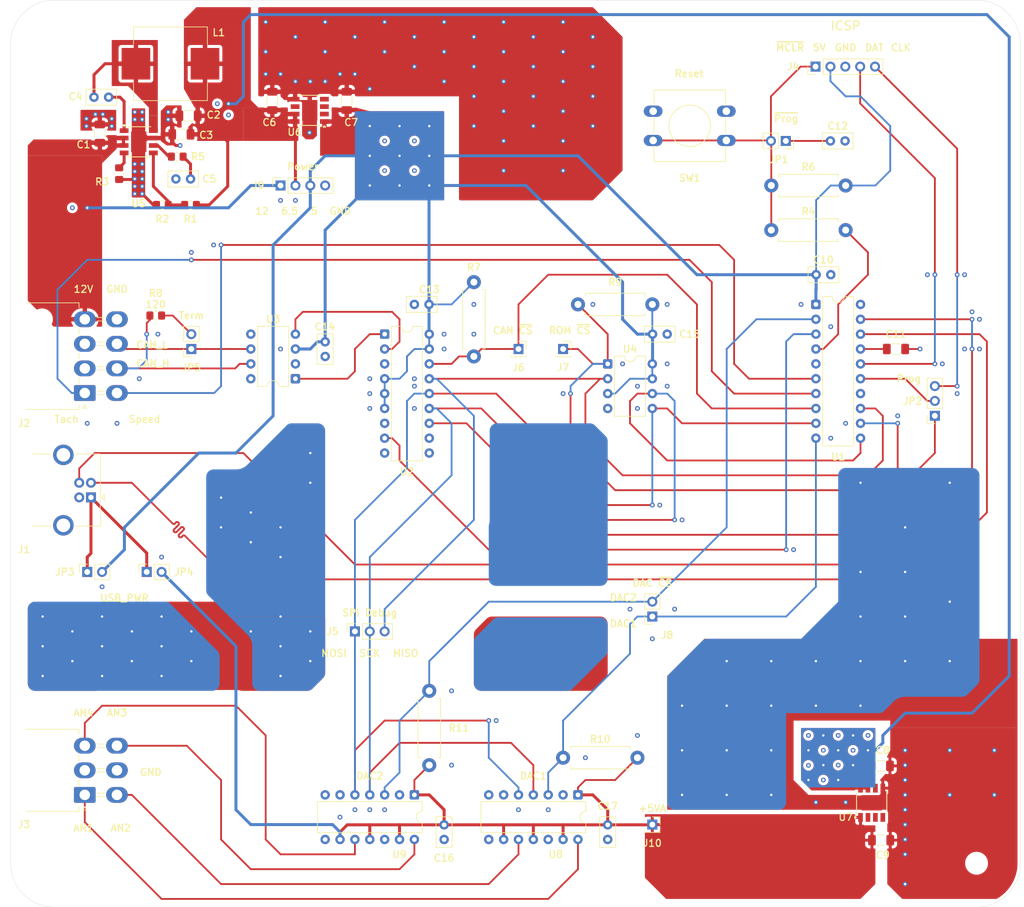
<source format=kicad_pcb>
(kicad_pcb (version 20241229) (generator "pcbnew") (generator_version "9.0")
  (layers (0 "F.Cu" signal) (4 "In1.Cu" signal) (6 "In2.Cu" signal) (2 "B.Cu" power) (13 "F.Paste" user) (15 "B.Paste" user) (5 "F.SilkS" user "F.Silkscreen") (7 "B.SilkS" user "B.Silkscreen") (1 "F.Mask" user) (3 "B.Mask" user) (25 "Edge.Cuts" user))
  (net 0 "")
  (net 1 "+12V")
  (net 2 "GND")
  (net 3 "+6.5V")
  (net 4 "Net-(U5-BST)")
  (net 5 "Net-(U5-SW)")
  (net 6 "Net-(C5-Pad2)")
  (net 7 "+5V")
  (net 8 "+5VA")
  (net 9 "Net-(U1-Vusb3v3)")
  (net 10 "Net-(JP1-A)")
  (net 11 "/USB_D+")
  (net 12 "VBUS")
  (net 14 "/USB_D-")
  (net 15 "/CAN_L")
  (net 16 "/Tach")
  (net 17 "/Speed")
  (net 18 "/CAN_H")
  (net 19 "/AN1")
  (net 20 "/AN4")
  (net 21 "/AN2")
  (net 22 "/AN3")
  (net 23 "/ICSP_~{MCLR}")
  (net 24 "/ICSP_CLK")
  (net 25 "/ICSP_DAT")
  (net 26 "/DAC1_~{CS}")
  (net 27 "/MISO")
  (net 28 "/ROM_~{CS}")
  (net 29 "/DAC2_~{CS}")
  (net 30 "/SCK")
  (net 31 "/MOSI")
  (net 32 "/CAN_~{CS}")
  (net 33 "/INT")
  (net 34 "Net-(JP5-B)")
  (net 35 "Net-(U5-FB)")
  (net 36 "Net-(U5-RT{slash}CLK)")
  (net 37 "/~{MCLR}")
  (net 38 "Net-(U5-COMP)")
  (net 40 "/CLK")
  (net 41 "/CAN_RX")
  (net 46 "/CAN_TX")
  (net 63 "/INT{slash}ICSP_CLK")
  (footprint "Connector_PinSocket_2.54mm:PinSocket_1x02_P2.54mm_Vertical" (layer "F.Cu") (at 55.88 134.62 180)
    (property "Reference" "JP5")
    (property "Value" "Term")
  )
  (footprint "Package_DIP:DIP-14_W7.62mm" (layer "F.Cu") (at 121.92 210.82 -90)
    (property "Reference" "U8")
    (property "Value" "MCP4912" (hide yes))
  )
  (footprint "Capacitor_THT:C_Disc_D5.0mm_W2.5mm_P2.50mm" (layer "F.Cu") (at 137.16 132.08 180)
    (property "Reference" "C15")
    (property "Value" "100n" (hide yes))
  )
  (footprint "Connector_PinSocket_2.54mm:PinSocket_1x01_P2.54mm_Vertical" (layer "F.Cu") (at 111.76 134.62)
    (property "Reference" "J6")
    (property "Value" "CAN ~{CS}")
  )
  (footprint "Connector_PinSocket_2.54mm:PinSocket_1x02_P2.54mm_Vertical" (layer "F.Cu") (at 38.1 172.72 90)
    (property "Reference" "JP3")
    (property "Value" "USB_PWR")
  )
  (footprint "Capacitor_THT:C_Disc_D5.0mm_W2.5mm_P2.50mm" (layer "F.Cu") (at 93.98 127)
    (property "Reference" "C13")
    (property "Value" "100n" (hide yes))
  )
  (footprint "Connector_PinHeader_2.54mm:PinHeader_1x05_P2.54mm_Vertical" (layer "F.Cu") (at 162.5 86.36 90)
    (property "Reference" "J4")
    (property "Value" "ICSP")
  )
  (footprint "Capacitor_THT:C_Disc_D5.0mm_W2.5mm_P2.50mm" (layer "F.Cu") (at 99.06 215.94 -90)
    (property "Reference" "C16")
    (property "Value" "100n" (hide yes))
  )
  (footprint "Connector_PinSocket_2.54mm:PinSocket_1x03_P2.54mm_Vertical" (layer "F.Cu") (at 182.88 146.035 180)
    (property "Reference" "JP2")
    (property "Value" "Prog")
  )
  (footprint "Resistor_SMD:R_0805_2012Metric_Pad1.20x1.40mm_HandSolder" (layer "F.Cu") (at 49.8 128.905 180)
    (property "Reference" "R8")
    (property "Value" "120")
  )
  (footprint "Resistor_SMD:R_0805_2012Metric_Pad1.20x1.40mm_HandSolder" (layer "F.Cu") (at 55.745 110)
    (property "Reference" "R1")
    (property "Value" "73k2" (hide yes))
  )
  (footprint "Connector_PinSocket_2.54mm:PinSocket_1x02_P2.54mm_Vertical" (layer "F.Cu") (at 157.42 99.06 -90)
    (property "Reference" "JP1")
    (property "Value" "~{Prog}")
  )
  (footprint "Capacitor_THT:C_Disc_D5.0mm_W2.5mm_P2.50mm" (layer "F.Cu") (at 39.255 91.585)
    (property "Reference" "C4")
    (property "Value" "100n" (hide yes))
  )
  (footprint "Capacitor_THT:C_Disc_D5.0mm_W2.5mm_P2.50mm" (layer "F.Cu") (at 165.04 99.06)
    (property "Reference" "C12")
    (property "Value" "100n" (hide yes))
  )
  (footprint "Capacitor_SMD:C_1206_3216Metric_Pad1.33x1.80mm_HandSolder" (layer "F.Cu") (at 176.2375 134.62)
    (property "Reference" "C11")
    (property "Value" "1u" (hide yes))
  )
  (footprint "Package_DIP:DIP-8_W7.62mm" (layer "F.Cu") (at 127 137.16)
    (property "Reference" "U4")
    (property "Value" "25LC160C" (hide yes))
  )
  (footprint "Resistor_THT:R_Axial_DIN0411_L9.9mm_D3.6mm_P12.70mm_Horizontal" (layer "F.Cu") (at 132.08 204.47 180)
    (property "Reference" "R10")
    (property "Value" "10k" (hide yes))
  )
  (footprint "Connector_PinSocket_2.54mm:PinSocket_1x02_P2.54mm_Vertical" (layer "F.Cu") (at 134.62 180.34 180)
    (property "Reference" "J8")
    (property "Value" "DAC ~{CS}")
  )
  (footprint "Capacitor_SMD:C_1206_3216Metric_Pad1.33x1.80mm_HandSolder" (layer "F.Cu") (at 69.715 92.22 90)
    (property "Reference" "C6")
    (property "Value" "22u" (hide yes))
  )
  (footprint "Capacitor_THT:C_Disc_D5.0mm_W2.5mm_P2.50mm" (layer "F.Cu") (at 53.245 105.555)
    (property "Reference" "C5")
    (property "Value" "100n" (hide yes))
  )
  (footprint "Resistor_SMD:R_0805_2012Metric_Pad1.20x1.40mm_HandSolder" (layer "F.Cu") (at 43.553 104.65 -90)
    (property "Reference" "R3")
    (property "Value" "50k" (hide yes))
  )
  (footprint "Button_Switch_THT:SW_PUSH-12mm" (layer "F.Cu") (at 134.76 93.98)
    (property "Reference" "SW1")
    (property "Value" "Reset")
  )
  (footprint "Resistor_SMD:R_0805_2012Metric_Pad1.20x1.40mm_HandSolder" (layer "F.Cu") (at 50.935 110)
    (property "Reference" "R2")
    (property "Value" "10k" (hide yes))
  )
  (footprint "Connector_Molex:Molex_Mini-Fit_Jr_5569-06A2_2x03_P4.20mm_Horizontal" (layer "F.Cu") (at 37.68 210.82 90)
    (property "Reference" "J3")
    (property "Value" "Analog" (hide yes))
  )
  (footprint "Resistor_THT:R_Axial_DIN0411_L9.9mm_D3.6mm_P12.70mm_Horizontal" (layer "F.Cu") (at 96.52 205.74 90)
    (property "Reference" "R11")
    (property "Value" "10k" (hide yes))
  )
  (footprint "Connector_Molex:Molex_Mini-Fit_Jr_5569-08A2_2x04_P4.20mm_Horizontal" (layer "F.Cu") (at 37.68 142.14 90)
    (property "Reference" "J2")
    (property "Value" "Conn_02x04_Top_Bottom" (hide yes))
  )
  (footprint "Capacitor_THT:C_Disc_D5.0mm_W2.5mm_P2.50mm" (layer "F.Cu") (at 78.74 135.89 90)
    (property "Reference" "C14")
    (property "Value" "100n" (hide yes))
  )
  (footprint "Resistor_SMD:R_0805_2012Metric_Pad1.20x1.40mm_HandSolder" (layer "F.Cu") (at 53.475 101.745 180)
    (property "Reference" "R5")
    (property "Value" "12k" (hide yes))
  )
  (footprint "Package_DIP:DIP-14_W7.62mm" (layer "F.Cu") (at 93.98 210.82 -90)
    (property "Reference" "U9")
    (property "Value" "MCP4912" (hide yes))
  )
  (footprint "Connector_USB:USB_B_OST_USB-B1HSxx_Horizontal" (layer "F.Cu") (at 38.735 159.98 180)
    (property "Reference" "J1")
    (property "Value" "USB_B")
  )
  (footprint "Capacitor_SMD:C_1206_3216Metric_Pad1.33x1.80mm_HandSolder" (layer "F.Cu") (at 173.6475 205.861875)
    (property "Reference" "C8")
    (property "Value" "22u" (hide yes))
  )
  (footprint "MountingHole:MountingHole_3.2mm_M3_DIN965" (layer "F.Cu") (at 32.5 222.5)
    (property "Reference" "H2" (hide yes))
    (property "Value" "MountingHole" (hide yes))
  )
  (footprint "MountingHole:MountingHole_3.2mm_M3_DIN965" (layer "F.Cu") (at 190 222.5)
    (property "Reference" "H3" (hide yes))
    (property "Value" "MountingHole" (hide yes))
  )
  (footprint "Package_SO:Diodes_SO-8EP" (layer "F.Cu") (at 172.085 212.169375 90)
    (property "Reference" "U7")
    (property "Value" "AP7375Q" (hide yes))
  )
  (footprint "MountingHole:MountingHole_3.2mm_M3_DIN965" (layer "F.Cu") (at 190 82.5)
    (property "Reference" "H4" (hide yes))
    (property "Value" "MountingHole" (hide yes))
  )
  (footprint "Connector_PinSocket_2.54mm:PinSocket_1x04_P2.54mm_Vertical" (layer "F.Cu") (at 71.12 106.68 90)
    (property "Reference" "J9")
    (property "Value" "Conn_01x04_Socket" (hide yes))
  )
  (footprint "Connector_PinSocket_2.54mm:PinSocket_1x02_P2.54mm_Vertical" (layer "F.Cu") (at 48.26 172.72 90)
    (property "Reference" "JP4")
    (property "Value" "USB_PWR" (hide yes))
  )
  (footprint "Capacitor_SMD:C_1206_3216Metric_Pad1.33x1.80mm_HandSolder" (layer "F.Cu") (at 40.251 97.808 90)
    (property "Reference" "C1")
    (property "Value" "22u" (hide yes))
  )
  (footprint "Package_DIP:DIP-20_W7.62mm" (layer "F.Cu") (at 162.56 127)
    (property "Reference" "U1")
    (property "Value" "PIC16F1459-IP" (hide yes))
  )
  (footprint "Package_SO:Diodes_SO-8EP" (layer "F.Cu") (at 46.8975 99.205)
    (property "Reference" "U5")
    (property "Value" "AP64100Q" (hide yes))
  )
  (footprint "Resistor_THT:R_Axial_DIN0411_L9.9mm_D3.6mm_P12.70mm_Horizontal" (layer "F.Cu") (at 134.62 127 180)
    (property "Reference" "R9")
    (property "Value" "10k" (hide yes))
  )
  (footprint "Inductor_SMD:L_Wuerth_WE-PD-Typ-LS_Handsoldering" (layer "F.Cu") (at 52.316 85.87)
    (property "Reference" "L1")
    (property "Value" "15u" (hide yes))
  )
  (footprint "Package_DIP:DIP-18_W7.62mm" (layer "F.Cu") (at 88.9 132.08)
    (property "Reference" "U2")
    (property "Value" "MCP2515-I/P" (hide yes))
  )
  (footprint "Capacitor_SMD:C_1206_3216Metric_Pad1.33x1.80mm_HandSolder" (layer "F.Cu") (at 54.1825 97.935)
    (property "Reference" "C3")
    (property "Value" "22u" (hide yes))
  )
  (footprint "Resistor_THT:R_Axial_DIN0411_L9.9mm_D3.6mm_P12.70mm_Horizontal" (layer "F.Cu") (at 104.14 123.19 -90)
    (property "Reference" "R7")
    (property "Value" "10k" (hide yes))
  )
  (footprint "Capacitor_THT:C_Disc_D5.0mm_W2.5mm_P2.50mm" (layer "F.Cu") (at 162.6 121.92)
    (property "Reference" "C10")
    (property "Value" "100n" (hide yes))
  )
  (footprint "Connector_PinSocket_2.54mm:PinSocket_1x01_P2.54mm_Vertical" (layer "F.Cu") (at 119.38 134.62)
    (property "Reference" "J7")
    (property "Value" "ROM ~{CS}")
  )
  (footprint "Capacitor_SMD:C_1206_3216Metric_Pad1.33x1.80mm_HandSolder" (layer "F.Cu") (at 55.4025 94.76)
    (property "Reference" "C2")
    (property "Value" "22u" (hide yes))
  )
  (footprint "Resistor_THT:R_Axial_DIN0411_L9.9mm_D3.6mm_P12.70mm_Horizontal" (layer "F.Cu") (at 167.64 106.68 180)
    (property "Reference" "R6")
    (property "Value" "10k" (hide yes))
  )
  (footprint "Capacitor_SMD:C_1206_3216Metric_Pad1.33x1.80mm_HandSolder" (layer "F.Cu") (at 173.6975 218.561875)
    (property "Reference" "C9")
    (property "Value" "22u" (hide yes))
  )
  (footprint "MountingHole:MountingHole_3.2mm_M3_DIN965" (layer "F.Cu") (at 32.5 82.5)
    (property "Reference" "H1" (hide yes))
    (property "Value" "MountingHole" (hide yes))
  )
  (footprint "Connector_PinSocket_2.54mm:PinSocket_1x01_P2.54mm_Vertical" (layer "F.Cu") (at 134.62 215.9)
    (property "Reference" "J10")
    (property "Value" "+5VA")
  )
  (footprint "Package_DIP:DIP-8_W7.62mm" (layer "F.Cu") (at 73.66 139.7 180)
    (property "Reference" "U3")
    (property "Value" "MCP2561-E-P" (hide yes))
  )
  (footprint "Capacitor_THT:C_Disc_D5.0mm_W2.5mm_P2.50mm" (layer "F.Cu") (at 127 215.94 -90)
    (property "Reference" "C17")
    (property "Value" "100n" (hide yes))
  )
  (footprint "Capacitor_SMD:C_1206_3216Metric_Pad1.33x1.80mm_HandSolder" (layer "F.Cu") (at 82.415 92.22 90)
    (property "Reference" "C7")
    (property "Value" "22u" (hide yes))
  )
  (footprint "Package_SO:Diodes_SO-8EP" (layer "F.Cu") (at 76.1075 93.8325 180)
    (property "Reference" "U6")
    (property "Value" "AP7375Q" (hide yes))
  )
  (footprint "Connector_PinSocket_2.54mm:PinSocket_1x03_P2.54mm_Vertical" (layer "F.Cu") (at 83.82 182.88 90)
    (property "Reference" "J5")
    (property "Value" "SPI Debug")
  )
  (footprint "Resistor_THT:R_Axial_DIN0411_L9.9mm_D3.6mm_P12.70mm_Horizontal" (layer "F.Cu") (at 154.94 114.3)
    (property "Reference" "R4")
    (property "Value" "220" (hide yes))
  )
  (gr_arc (start 25 82.5) (mid 27.196699 77.196699) (end 32.5 75) (stroke (width 0.05)) (layer "Edge.Cuts"))
  (gr_arc (start 197.5 222.5) (mid 195.303301 227.803301) (end 190 230) (stroke (width 0.05)) (layer "Edge.Cuts"))
  (gr_line (start 32.5 230) (end 190 230) (stroke (width 0.05)) (layer "Edge.Cuts"))
  (gr_arc (start 32.5 230) (mid 27.196699 227.803301) (end 25 222.5) (stroke (width 0.05)) (layer "Edge.Cuts"))
  (gr_line (start 25 222.5) (end 25 82.5) (stroke (width 0.05)) (layer "Edge.Cuts"))
  (gr_line (start 32.5 75) (end 190 75) (stroke (width 0.05)) (layer "Edge.Cuts"))
  (gr_line (start 197.5 82.5) (end 197.5 222.5) (stroke (width 0.05)) (layer "Edge.Cuts"))
  (gr_arc (start 190 75) (mid 195.303301 77.196699) (end 197.5 82.5) (stroke (width 0.05)) (layer "Edge.Cuts"))
  (gr_text "6.5" (at 71.12 111.76 0) (layer "F.SilkS") (effects (font (size 1.2 1.2) (thickness 0.2) (bold yes)) (justify left bottom)))
  (gr_text "AN3" (at 43.18 197.485 0) (layer "F.SilkS") (effects (font (size 1.2 1.2) (thickness 0.2) (bold yes)) (justify bottom)))
  (gr_text "GND" (at 43.18 125.095 0) (layer "F.SilkS") (effects (font (size 1.2 1.2) (thickness 0.2) (bold yes)) (justify bottom)))
  (gr_text "SCK" (at 86.36 187.325 0) (layer "F.SilkS") (effects (font (size 1.2 1.2) (thickness 0.2) (bold yes)) (justify bottom)))
  (gr_text "DAC1" (at 132.08 182.245 0) (layer "F.SilkS") (effects (font (size 1.2 1.2) (thickness 0.2) (bold yes)) (justify right bottom)))
  (gr_text "GND" (at 167.64 83.82 0) (layer "F.SilkS") (effects (font (size 1.2 1.2) (thickness 0.2) (bold yes)) (justify bottom)))
  (gr_text "DAT" (at 170.815 83.82 0) (layer "F.SilkS") (effects (font (size 1.2 1.2) (thickness 0.2) (bold yes)) (justify left bottom)))
  (gr_text "AN4" (at 37.465 197.485 0) (layer "F.SilkS") (effects (font (size 1.2 1.2) (thickness 0.2) (bold yes)) (justify bottom)))
  (gr_text "GND" (at 79.375 111.76 0) (layer "F.SilkS") (effects (font (size 1.2 1.2) (thickness 0.2) (bold yes)) (justify left bottom)))
  (gr_text "MOSI" (at 82.55 187.325 0) (layer "F.SilkS") (effects (font (size 1.2 1.2) (thickness 0.2) (bold yes)) (justify right bottom)))
  (gr_text "GND" (at 46.99 207.645 0) (layer "F.SilkS") (effects (font (size 1.2 1.2) (thickness 0.2) (bold yes)) (justify left bottom)))
  (gr_text "CAN_H" (at 46.355 137.795 0) (layer "F.SilkS") (effects (font (size 1.2 1.2) (thickness 0.2) (bold yes)) (justify left bottom)))
  (gr_text "~{MCLR}" (at 160.655 83.82 0) (layer "F.SilkS") (effects (font (size 1.2 1.2) (thickness 0.2) (bold yes)) (justify right bottom)))
  (gr_text "Tach" (at 32.385 147.32 0) (layer "F.SilkS") (effects (font (size 1.2 1.2) (thickness 0.2) (bold yes)) (justify left bottom)))
  (gr_text "CAN_L" (at 46.355 134.62 0) (layer "F.SilkS") (effects (font (size 1.2 1.2) (thickness 0.2) (bold yes)) (justify left bottom)))
  (gr_text "CLK" (at 175.26 83.82 0) (layer "F.SilkS") (effects (font (size 1.2 1.2) (thickness 0.2) (bold yes)) (justify left bottom)))
  (gr_text "MISO" (at 90.17 187.325 0) (layer "F.SilkS") (effects (font (size 1.2 1.2) (thickness 0.2) (bold yes)) (justify left bottom)))
  (gr_text "AN2" (at 43.815 217.17 0) (layer "F.SilkS") (effects (font (size 1.2 1.2) (thickness 0.2) (bold yes)) (justify bottom)))
  (gr_text "Power" (at 74.93 104.14 0) (layer "F.SilkS") (effects (font (size 1.2 1.2) (thickness 0.2) (bold yes)) (justify bottom)))
  (gr_text "5V" (at 161.925 83.82 0) (layer "F.SilkS") (effects (font (size 1.2 1.2) (thickness 0.2) (bold yes)) (justify left bottom)))
  (gr_text "DAC2" (at 86.36 208.28 0) (layer "F.SilkS") (effects (font (size 1.2 1.2) (thickness 0.2) (bold yes)) (justify bottom)))
  (gr_text "AN1" (at 37.465 217.17 0) (layer "F.SilkS") (effects (font (size 1.2 1.2) (thickness 0.2) (bold yes)) (justify bottom)))
  (gr_text "5" (at 76.2 111.76 0) (layer "F.SilkS") (effects (font (size 1.2 1.2) (thickness 0.2) (bold yes)) (justify left bottom)))
  (gr_text "Speed" (at 45.085 147.32 0) (layer "F.SilkS") (effects (font (size 1.2 1.2) (thickness 0.2) (bold yes)) (justify left bottom)))
  (gr_text "12" (at 66.675 111.76 0) (layer "F.SilkS") (effects (font (size 1.2 1.2) (thickness 0.2) (bold yes)) (justify left bottom)))
  (gr_text "DAC1" (at 114.3 208.28 0) (layer "F.SilkS") (effects (font (size 1.2 1.2) (thickness 0.2) (bold yes)) (justify bottom)))
  (gr_text "12V" (at 37.465 125.095 0) (layer "F.SilkS") (effects (font (size 1.2 1.2) (thickness 0.2) (bold yes)) (justify bottom)))
  (gr_text "DAC2" (at 132.08 177.8 0) (layer "F.SilkS") (effects (font (size 1.2 1.2) (thickness 0.2) (bold yes)) (justify right bottom)))
  (via (at 38.1 110.49) (size 0.8128) (drill 0.4) (layers "F.Cu" "B.Cu") (net 1))
  (segment (start 38.1 110.49) (end 62.23 110.49) (width 0.508) (layer "B.Cu") (net 1))
  (segment (start 62.23 110.49) (end 66.04 106.68) (width 0.508) (layer "B.Cu") (net 1))
  (segment (start 66.04 106.68) (end 71.12 106.68) (width 0.508) (layer "B.Cu") (net 1))
  (segment (start 49.395 110) (end 47.49 108.095) (width 0.508) (layer "F.Cu") (net 2))
  (segment (start 53.967 99.84) (end 53.205 99.84) (width 0.508) (layer "F.Cu") (net 2))
  (segment (start 46.125 105.65) (end 46.22 105.555) (width 0.508) (layer "F.Cu") (net 2))
  (segment (start 53.205 99.84) (end 52.62 99.255) (width 0.508) (layer "F.Cu") (net 2))
  (segment (start 52.62 99.255) (end 52.62 97.935) (width 0.508) (layer "F.Cu") (net 2))
  (segment (start 177.8 134.62) (end 180.34 134.62) (width 0.3048) (layer "F.Cu") (net 2))
  (segment (start 49.935 110) (end 49.395 110) (width 0.508) (layer "F.Cu") (net 2))
  (segment (start 43.553 105.65) (end 46.125 105.65) (width 0.508) (layer "F.Cu") (net 2))
  (via (at 104.14 81.28) (size 0.8128) (drill 0.4) (layers "F.Cu" "B.Cu") (net 2))
  (via (at 185.42 157.48) (size 0.8128) (drill 0.4) (layers "F.Cu" "B.Cu") (net 2))
  (via (at 165.1 149.86) (size 0.8128) (drill 0.4) (layers "F.Cu" "B.Cu") (net 2))
  (via (at 170.18 157.48) (size 0.8128) (drill 0.4) (layers "F.Cu" "B.Cu") (net 2))
  (via (at 139.7 203.2) (size 0.8128) (drill 0.4) (layers "F.Cu" "B.Cu") (net 2))
  (via (at 99.06 83.82) (size 0.8128) (drill 0.4) (layers "F.Cu" "B.Cu") (net 2))
  (via (at 190.5 129.54) (size 0.8128) (drill 0.4) (layers "F.Cu" "B.Cu") (net 2))
  (via (at 167.64 147.32) (size 0.8128) (drill 0.4) (layers "F.Cu" "B.Cu") (net 2))
  (via (at 119.38 142.24) (size 0.8128) (drill 0.4) (layers "F.Cu" "B.Cu") (net 2))
  (via (at 132.08 200.66) (size 0.8128) (drill 0.4) (layers "F.Cu" "B.Cu") (net 2))
  (via (at 177.8 180.34) (size 0.8128) (drill 0.4) (layers "F.Cu" "B.Cu") (net 2))
  (via (at 177.8 215.9) (size 0.8128) (drill 0.4) (layers "F.Cu" "B.Cu") (net 2))
  (via (at 137.16 137.16) (size 0.8128) (drill 0.4) (layers "F.Cu" "B.Cu") (net 2))
  (via (at 124.46 81.28) (size 0.8128) (drill 0.4) (layers "F.Cu" "B.Cu") (net 2))
  (via (at 139.7 195.58) (size 0.8128) (drill 0.4) (layers "F.Cu" "B.Cu") (net 2))
  (via (at 177.8 226.06) (size 0.8128) (drill 0.4) (layers "F.Cu" "B.Cu") (net 2))
  (via (at 180.34 134.62) (size 0.8128) (drill 0.4) (layers "F.Cu" "B.Cu") (net 2))
  (via (at 177.8 220.98) (size 0.8128) (drill 0.4) (layers "F.Cu" "B.Cu") (net 2))
  (via (at 39.489 94.506) (size 0.8128) (drill 0.4) (layers "F.Cu" "B.Cu") (net 2))
  (via (at 88.9 99.06) (size 0.8128) (drill 0.4) (layers "F.Cu" "B.Cu") (net 2))
  (via (at 124.46 91.44) (size 0.8128) (drill 0.4) (layers "F.Cu" "B.Cu") (net 2))
  (via (at 47.49 108.095) (size 0.8128) (drill 0.4) (layers "F.Cu" "B.Cu") (net 2))
  (via (at 35.56 187.96) (size 0.8128) (drill 0.4) (layers "F.Cu" "B.Cu") (net 2))
  (via (at 93.98 104.14) (size 0.8128) (drill 0.4) (layers "F.Cu" "B.Cu") (net 2))
  (via (at 46.22 108.095) (size 0.8128) (drill 0.4) (layers "F.Cu" "B.Cu") (net 2))
  (via (at 76.2 182.88) (size 0.8128) (drill 0.4) (layers "F.Cu" "B.Cu") (net 2))
  (via (at 59.69 116.84) (size 0.8128) (drill 0.4) (layers "F.Cu" "B.Cu") (net 2))
  (via (at 114.3 91.44) (size 0.8128) (drill 0.4) (layers "F.Cu" "B.Cu") (net 2))
  (via (at 109.22 78.74) (size 0.8128) (drill 0.4) (layers "F.Cu" "B.Cu") (net 2))
  (via (at 86.36 142.24) (size 0.8128) (drill 0.4) (layers "F.Cu" "B.Cu") (net 2))
  (via (at 46.22 95.395) (size 0.8128) (drill 0.4) (layers "F.Cu" "B.Cu") (net 2))
  (via (at 114.3 81.28) (size 0.8128) (drill 0.4) (layers "F.Cu" "B.Cu") (net 2))
  (via (at 137.16 127) (size 0.8128) (drill 0.4) (layers "F.Cu" "B.Cu") (net 2))
  (via (at 38.1 147.32) (size 0.8128) (drill 0.4) (layers "F.Cu" "B.Cu") (net 2))
  (via (at 71.12 180.34) (size 0.8128) (drill 0.4) (layers "F.Cu" "B.Cu") (net 2))
  (via (at 55.88 182.88) (size 0.8128) (drill 0.4) (layers "F.Cu" "B.Cu") (net 2))
  (via (at 50.8 190.5) (size 0.8128) (drill 0.4) (layers "F.Cu" "B.Cu") (net 2))
  (via (at 93.98 86.36) (size 0.8128) (drill 0.4) (layers "F.Cu" "B.Cu") (net 2))
  (via (at 177.8 165.1) (size 0.8128) (drill 0.4) (layers "F.Cu" "B.Cu") (net 2))
  (via (at 46.22 104.285) (size 0.8128) (drill 0.4) (layers "F.Cu" "B.Cu") (net 2))
  (via (at 93.98 140.97) (size 0.8128) (drill 0.4) (layers "F.Cu" "B.Cu") (net 2))
  (via (at 137.16 140.97) (size 0.8128) (drill 0.4) (layers "F.Cu" "B.Cu") (net 2))
  (via (at 165.1 130.81) (size 0.8128) (drill 0.4) (layers "F.Cu" "B.Cu") (net 2))
  (via (at 51.935 94.125) (size 0.8128) (drill 0.4) (layers "F.Cu" "B.Cu") (net 2))
  (via (at 186.69 142.24) (size 0.8128) (drill 0.4) (layers "F.Cu" "B.Cu") (net 2))
  (via (at 100.33 193.04) (size 0.8128) (drill 0.4) (layers "F.Cu" "B.Cu") (net 2))
  (via (at 71.12 134.62) (size 0.8128) (drill 0.4) (layers "F.Cu" "B.Cu") (net 2))
  (via (at 47.49 95.395) (size 0.8128) (drill 0.4) (layers "F.Cu" "B.Cu") (net 2))
  (via (at 162.56 187.96) (size 0.8128) (drill 0.4) (layers "F.Cu" "B.Cu") (net 2))
  (via (at 71.12 185.42) (size 0.8128) (drill 0.4) (layers "F.Cu" "B.Cu") (net 2))
  (via (at 130.81 179.07) (size 0.8128) (drill 0.4) (layers "F.Cu" "B.Cu") (net 2))
  (via (at 30.48 185.42) (size 0.8128) (drill 0.4) (layers "F.Cu" "B.Cu") (net 2))
  (via (at 86.36 213.36) (size 0.8128) (drill 0.4) (layers "F.Cu" "B.Cu") (net 2))
  (via (at 185.42 210.82) (size 0.8128) (drill 0.4) (layers "F.Cu" "B.Cu") (net 2))
  (via (at 47.49 106.825) (size 0.8128) (drill 0.4) (layers "F.Cu" "B.Cu") (net 2))
  (via (at 76.2 187.96) (size 0.8128) (drill 0.4) (layers "F.Cu" "B.Cu") (net 2))
  (via (at 177.8 210.82) (size 0.8128) (drill 0.4) (layers "F.Cu" "B.Cu") (net 2))
  (via (at 66.04 182.88) (size 0.8128) (drill 0.4) (layers "F.Cu" "B.Cu") (net 2))
  (via (at 134.62 184.15) (size 0.8128) (drill 0.4) (layers "F.Cu" "B.Cu") (net 2))
  (via (at 129.54 137.16) (size 0.8128) (drill 0.4) (layers "F.Cu" "B.Cu") (net 2))
  (via (at 161.29 205.776875) (size 0.8128) (drill 0.4) (layers "F.Cu" "B.Cu") (net 2))
  (via (at 193.04 210.82) (size 0.8128) (drill 0.4) (layers "F.Cu" "B.Cu") (net 2))
  (via (at 37.965 96.538) (size 0.8128) (drill 0.4) (layers "F.Cu" "B.Cu") (net 2))
  (via (at 55.88 118.11) (size 0.8128) (drill 0.4) (layers "F.Cu" "B.Cu") (net 2))
  (via (at 166.37 200.66) (size 0.8128) (drill 0.4) (layers "F.Cu" "B.Cu") (net 2))
  (via (at 30.48 190.5) (size 0.8128) (drill 0.4) (layers "F.Cu" "B.Cu") (net 2))
  (via (at 185.42 177.8) (size 0.8128) (drill 0.4) (layers "F.Cu" "B.Cu") (net 2))
  (via (at 109.22 104.14) (size 0.8128) (drill 0.4) (layers "F.Cu" "B.Cu") (net 2))
  (via (at 100.33 205.74) (size 0.8128) (drill 0.4) (layers "F.Cu" "B.Cu") (net 2))
  (via (at 71.12 165.1) (size 0.8128) (drill 0.4) (layers "F.Cu" "B.Cu") (net 2))
  (via (at 181.61 121.92) (size 0.8128) (drill 0.4) (layers "F.Cu" "B.Cu") (net 2))
  (via (at 177.8 218.44) (size 0.8128) (drill 0.4) (layers "F.Cu" "B.Cu") (net 2))
  (via (at 170.18 180.34) (size 0.8128) (drill 0.4) (layers "F.Cu" "B.Cu") (net 2))
  (via (at 35.56 110.49) (size 0.8128) (drill 0.4) (layers "F.Cu" "B.Cu") (net 2))
  (via (at 111.76 213.36) (size 0.8128) (drill 0.4) (layers "F.Cu" "B.Cu") (net 2))
  (via (at 138.43 179.07) (size 0.8128) (drill 0.4) (layers "F.Cu" "B.Cu") (net 2))
  (via (at 76.2 157.48) (size 0.8128) (drill 0.4) (layers "F.Cu" "B.Cu") (net 2))
  (via (at 47.49 105.555) (size 0.8128) (drill 0.4) (layers "F.Cu" "B.Cu") (net 2))
  (via (at 177.8 203.2) (size 0.8128) (drill 0.4) (layers "F.Cu" "B.Cu") (net 2))
  (via (at 71.12 190.5) (size 0.8128) (drill 0.4) (layers "F.Cu" "B.Cu") (net 2))
  (via (at 86.36 144.78) (size 0.8128) (drill 0.4) (layers "F.Cu" "B.Cu") (net 2))
  (via (at 40.64 180.34) (size 0.8128) (drill 0.4) (layers "F.Cu" "B.Cu") (net 2))
  (via (at 93.98 99.06) (size 0.8128) (drill 0.4) (layers "F.Cu" "B.Cu") (net 2))
  (via (at 189.23 128.27) (size 0.8128) (drill 0.4) (layers "F.Cu" "B.Cu") (net 2))
  (via (at 109.22 88.9) (size 0.8128) (drill 0.4) (layers "F.Cu" "B.Cu") (net 2))
  (via (at 177.8 187.96) (size 0.8128) (drill 0.4) (layers "F.Cu" "B.Cu") (net 2))
  (via (at 107.95 198.12) (size 0.8128) (drill 0.4) (layers "F.Cu" "B.Cu") (net 2))
  (via (at 76.2 88.9) (size 0.8128) (drill 0.4) (layers "F.Cu" "B.Cu") (net 2))
  (via (at 50.165 132.08) (size 0.8128) (drill 0.4) (layers "F.Cu" "B.Cu") (net 2))
  (via (at 158.75 168.91) (size 0.8128) (drill 0.4) (layers "F.Cu" "B.Cu") (net 2))
  (via (at 154.94 187.96) (size 0.8128) (drill 0.4) (layers "F.Cu" "B.Cu") (net 2))
  (via (at 187.96 121.92) (size 0.8128) (drill 0.4) (layers "F.Cu" "B.Cu") (net 2))
  (via (at 163.83 208.28) (size 0.8128) (drill 0.4) (layers "F.Cu" "B.Cu") (net 2))
  (via (at 53.967 99.84) (size 0.8128) (drill 0.4) (layers "F.Cu" "B.Cu") (net 2))
  (via (at 81.28 87.63) (size 0.8128) (drill 0.4) (layers "F.Cu" "B.Cu") (net 2))
  (via (at 78.74 83.82) (size 0.8128) (drill 0.4) (layers "F.Cu" "B.Cu") (net 2))
  (via (at 43.18 147.32) (size 0.8128) (drill 0.4) (layers "F.Cu" "B.Cu") (net 2))
  (via (at 37.965 95.268) (size 0.8128) (drill 0.4) (layers "F.Cu" "B.Cu") (net 2))
  (via (at 119.38 88.9) (size 0.8128) (drill 0.4) (layers "F.Cu" "B.Cu") (net 2))
  (via (at 132.08 140.97) (size 0.8128) (drill 0.4) (layers "F.Cu" "B.Cu") (net 2))
  (via (at 78.74 88.9) (size 0.8128) (drill 0.4) (layers "F.Cu" "B.Cu") (net 2))
  (via (at 60.96 165.1) (size 0.8128) (drill 0.4) (layers "F.Cu" "B.Cu") (net 2))
  (via (at 168.91 203.2) (size 0.8128) (drill 0.4) (layers "F.Cu" "B.Cu") (net 2))
  (via (at 50.8 185.42) (size 0.8128) (drill 0.4) (layers "F.Cu" "B.Cu") (net 2))
  (via (at 60.96 160.02) (size 0.8128) (drill 0.4) (layers "F.Cu" "B.Cu") (net 2))
  (via (at 104.14 91.44) (size 0.8128) (drill 0.4) (layers "F.Cu" "B.Cu") (net 2))
  (via (at 78.74 78.74) (size 0.8128) (drill 0.4) (layers "F.Cu" "B.Cu") (net 2))
  (via (at 163.83 203.2) (size 0.8128) (drill 0.4) (layers "F.Cu" "B.Cu") (net 2))
  (via (at 88.9 104.14) (size 0.8128) (drill 0.4) (layers "F.Cu" "B.Cu") (net 2))
  (via (at 93.98 81.28) (size 0.8128) (drill 0.4) (layers "F.Cu" "B.Cu") (net 2))
  (via (at 88.9 83.82) (size 0.8128) (drill 0.4) (layers "F.Cu" "B.Cu") (net 2))
  (via (at 124.46 96.52) (size 0.8128) (drill 0.4) (layers "F.Cu" "B.Cu") (net 2))
  (via (at 109.22 93.98) (size 0.8128) (drill 0.4) (layers "F.Cu" "B.Cu") (net 2))
  (via (at 160.02 127) (size 0.8128) (drill 0.4) (layers "F.Cu" "B.Cu") (net 2))
  (via (at 47.49 104.285) (size 0.8128) (drill 0.4) (layers "F.Cu" "B.Cu") (net 2))
  (via (at 66.04 162.56) (size 0.8128) (drill 0.4) (layers "F.Cu" "B.Cu") (net 2))
  (via (at 184.15 137.16) (size 0.8128) (drill 0.4) (layers "F.Cu" "B.Cu") (net 2))
  (via (at 62.23 94.615) (size 0.8128) (drill 0.4) (layers "F.Cu" "B.Cu") (net 2))
  (via (at 40.64 175.26) (size 0.8128) (drill 0.4) (layers "F.Cu" "B.Cu") (net 2))
  (via (at 114.3 96.52) (size 0.8128) (drill 0.4) (layers "F.Cu" "B.Cu") (net 2))
  (via (at 99.06 134.62) (size 0.8128) (drill 0.4) (layers "F.Cu" "B.Cu") (net 2))
  (via (at 162.56 212.09) (size 0.8128) (drill 0.4) (layers "F.Cu" "B.Cu") (net 2))
  (via (at 170.18 172.72) (size 0.8128) (drill 0.4) (layers "F.Cu" "B.Cu") (net 2))
  (via (at 93.98 139.7) (size 0.8128) (drill 0.4) (layers "F.Cu" "B.Cu") (net 2))
  (via (at 68.58 83.82) (size 0.8128) (drill 0.4) (layers "F.Cu" "B.Cu") (net 2))
  (via (at 83.82 213.36) (size 0.8128) (drill 0.4) (layers "F.Cu" "B.Cu") (net 2))
  (via (at 123.19 204.47) (size 0.8128) (drill 0.4) (layers "F.Cu" "B.Cu") (net 2))
  (via (at 170.18 187.96) (size 0.8128) (drill 0.4) (layers "F.Cu" "B.Cu") (net 2))
  (via (at 171.45 200.66) (size 0.8128) (drill 0.4) (layers "F.Cu" "B.Cu") (net 2))
  (via (at 51.935 95.395) (size 0.8128) (drill 0.4) (layers "F.Cu" "B.Cu") (net 2))
  (via (at 71.12 87.63) (size 0.8128) (drill 0.4) (layers "F.Cu" "B.Cu") (net 2))
  (via (at 42.283 95.268) (size 0.8128) (drill 0.4) (layers "F.Cu" "B.Cu") (net 2))
  (via (at 104.14 86.36) (size 0.8128) (drill 0.4) (layers "F.Cu" "B.Cu") (net 2))
  (via (at 40.64 190.5) (size 0.8128) (drill 0.4) (layers "F.Cu" "B.Cu") (net 2))
  (via (at 30.48 180.34) (size 0.8128) (drill 0.4) (layers "F.Cu" "B.Cu") (net 2))
  (via (at 177.8 172.72) (size 0.8128) (drill 0.4) (layers "F.Cu" "B.Cu") (net 2))
  (via (at 109.22 99.06) (size 0.8128) (drill 0.4) (layers "F.Cu" "B.Cu") (net 2))
  (via (at 86.36 90.17) (size 0.8128) (drill 0.4) (layers "F.Cu" "B.Cu") (net 2))
  (via (at 46.22 106.825) (size 0.8128) (drill 0.4) (layers "F.Cu" "B.Cu") (net 2))
  (via (at 124.46 127) (size 0.8128) (drill 0.4) (layers "F.Cu" "B.Cu") (net 2))
  (via (at 170.18 195.58) (size 0.8128) (drill 0.4) (layers "F.Cu" "B.Cu") (net 2))
  (via (at 60.325 92.71) (size 0.8128) (drill 0.4) (layers "F.Cu" "B.Cu") (net 2))
  (via (at 42.283 96.538) (size 0.8128) (drill 0.4) (layers "F.Cu" "B.Cu") (net 2))
  (via (at 73.66 88.9) (size 0.8128) (drill 0.4) (layers "F.Cu" "B.Cu") (net 2))
  (via (at 147.32 203.2) (size 0.8128) (drill 0.4) (layers "F.Cu" "B.Cu") (net 2))
  (via (at 71.12 109.22) (size 0.8128) (drill 0.4) (layers "F.Cu" "B.Cu") (net 2))
  (via (at 135.89 161.29) (size 0.8128) (drill 0.4) (layers "F.Cu" "B.Cu") (net 2))
  (via (at 40.64 185.42) (size 0.8128) (drill 0.4) (layers "F.Cu" "B.Cu") (net 2))
  (via (at 109.22 83.82) (size 0.8128) (drill 0.4) (layers "F.Cu" "B.Cu") (net 2))
  (via (at 139.7 210.82) (size 0.8128) (drill 0.4) (layers "F.Cu" "B.Cu") (net 2))
  (via (at 81.28 214.63) (size 0.8128) (drill 0.4) (layers "F.Cu" "B.Cu") (net 2))
  (via (at 154.94 210.82) (size 0.8128) (drill 0.4) (layers "F.Cu" "B.Cu") (net 2))
  (via (at 114.3 86.36) (size 0.8128) (drill 0.4) (layers "F.Cu" "B.Cu") (net 2))
  (via (at 45.72 182.88) (size 0.8128) (drill 0.4) (layers "F.Cu" "B.Cu") (net 2))
  (via (at 50.8 180.34) (size 0.8128) (drill 0.4) (layers "F.Cu" "B.Cu") (net 2))
  (via (at 71.12 170.18) (size 0.8128) (drill 0.4) (layers "F.Cu" "B.Cu") (net 2))
  (via (at 88.9 213.36) (size 0.8128) (drill 0.4) (layers "F.Cu" "B.Cu") (net 2))
  (via (at 124.46 86.36) (size 0.8128) (drill 0.4) (layers "F.Cu" "B.Cu") (net 2))
  (via (at 46.22 105.555) (size 0.8128) (drill 0.4) (layers "F.Cu" "B.Cu") (net 2))
  (via (at 104.14 96.52) (size 0.8128) (drill 0.4) (layers "F.Cu" "B.Cu") (net 2))
  (via (at 99.06 132.08) (size 0.8128) (drill 0.4) (layers "F.Cu" "B.Cu") (net 2))
  (via (at 154.94 195.58) (size 0.8128) (drill 0.4) (layers "F.Cu" "B.Cu") (net 2))
  (via (at 147.32 210.82) (size 0.8128) (drill 0.4) (layers "F.Cu" "B.Cu") (net 2))
  (via (at 88.9 78.74) (size 0.8128) (drill 0.4) (layers "F.Cu" "B.Cu") (net 2))
  (via (at 193.04 203.2) (size 0.8128) (drill 0.4) (layers "F.Cu" "B.Cu") (net 2))
  (via (at 73.66 109.22) (size 0.8128) (drill 0.4) (layers "F.Cu" "B.Cu") (net 2))
  (via (at 119.38 83.82) (size 0.8128) (drill 0.4) (layers "F.Cu" "B.Cu") (net 2))
  (via (at 139.7 163.83) (size 0.8128) (drill 0.4) (layers "F.Cu" "B.Cu") (net 2))
  (via (at 162.56 195.58) (size 0.8128) (drill 0.4) (layers "F.Cu" "B.Cu") (net 2))
  (via (at 55.88 187.96) (size 0.8128) (drill 0.4) (layers "F.Cu" "B.Cu") (net 2))
  (via (at 161.29 200.66) (size 0.8128) (drill 0.4) (layers "F.Cu" "B.Cu") (net 2))
  (via (at 132.08 144.78) (size 0.8128) (drill 0.4) (layers "F.Cu" "B.Cu") (net 2))
  (via (at 177.8 208.28) (size 0.8128) (drill 0.4) (layers "F.Cu" "B.Cu") (net 2))
  (via (at 119.38 99.06) (size 0.8128) (drill 0.4) (layers "F.Cu" "B.Cu") (net 2))
  (via (at 119.38 93.98) (size 0.8128) (drill 0.4) (layers "F.Cu" "B.Cu") (net 2))
  (via (at 147.32 187.96) (size 0.8128) (drill 0.4) (layers "F.Cu" "B.Cu") (net 2))
  (via (at 68.58 87.63) (size 0.8128) (drill 0.4) (layers "F.Cu" "B.Cu") (net 2))
  (via (at 99.06 78.74) (size 0.8128) (drill 0.4) (layers "F.Cu" "B.Cu") (net 2))
  (via (at 40.759 94.506) (size 0.8128) (drill 0.4) (layers "F.Cu" "B.Cu") (net 2))
  (via (at 185.42 203.2) (size 0.8128) (drill 0.4) (layers "F.Cu" "B.Cu") (net 2))
  (via (at 166.37 205.74) (size 0.8128) (drill 0.4) (layers "F.Cu" "B.Cu") (net 2))
  (via (at 119.38 104.14) (size 0.8128) (drill 0.4) (layers "F.Cu" "B.Cu") (net 2))
  (via (at 76.065 97.6425) (size 0.8128) (drill 0.4) (layers "F.Cu" "B.Cu") (net 2))
  (via (at 119.38 78.74) (size 0.8128) (drill 0.4) (layers "F.Cu" "B.Cu") (net 2))
  (via (at 187.96 134.62) (size 0.8128) (drill 0.4) (layers "F.Cu" "B.Cu") (net 2))
  (via (at 46.99 139.7) (size 0.8128) (drill 0.4) (layers "F.Cu" "B.Cu") (net 2))
  (via (at 35.56 182.88) (size 0.8128) (drill 0.4) (layers "F.Cu" "B.Cu") (net 2))
  (via (at 83.82 81.28) (size 0.8128) (drill 0.4) (layers "F.Cu" "B.Cu") (net 2))
  (via (at 177.8 205.74) (size 0.8128) (drill 0.4) (layers "F.Cu" "B.Cu") (net 2))
  (via (at 93.98 144.78) (size 0.8128) (drill 0.4) (layers "F.Cu" "B.Cu") (net 2))
  (via (at 177.8 213.36) (size 0.8128) (drill 0.4) (layers "F.Cu" "B.Cu") (net 2))
  (via (at 46.22 103.015) (size 0.8128) (drill 0.4) (layers "F.Cu" "B.Cu") (net 2))
  (via (at 116.84 213.36) (size 0.8128) (drill 0.4) (layers "F.Cu" "B.Cu") (net 2))
  (via (at 66.04 167.64) (size 0.8128) (drill 0.4) (layers "F.Cu" "B.Cu") (net 2))
  (via (at 46.22 94.125) (size 0.8128) (drill 0.4) (layers "F.Cu" "B.Cu") (net 2))
  (via (at 104.14 132.08) (size 0.8128) (drill 0.4) (layers "F.Cu" "B.Cu") (net 2))
  (via (at 73.66 81.28) (size 0.8128) (drill 0.4) (layers "F.Cu" "B.Cu") (net 2))
  (via (at 83.82 87.63) (size 0.8128) (drill 0.4) (layers "F.Cu" "B.Cu") (net 2))
  (via (at 99.06 88.9) (size 0.8128) (drill 0.4) (layers "F.Cu" "B.Cu") (net 2))
  (via (at 190.5 134.62) (size 0.8128) (drill 0.4) (layers "F.Cu" "B.Cu") (net 2))
  (via (at 104.14 127) (size 0.8128) (drill 0.4) (layers "F.Cu" "B.Cu") (net 2))
  (via (at 185.42 187.96) (size 0.8128) (drill 0.4) (layers "F.Cu" "B.Cu") (net 2))
  (via (at 76.2 152.4) (size 0.8128) (drill 0.4) (layers "F.Cu" "B.Cu") (net 2))
  (via (at 47.49 103.015) (size 0.8128) (drill 0.4) (layers "F.Cu" "B.Cu") (net 2))
  (via (at 50.8 170.18) (size 0.8128) (drill 0.4) (layers "F.Cu" "B.Cu") (net 2))
  (via (at 147.32 195.58) (size 0.8128) (drill 0.4) (layers "F.Cu" "B.Cu") (net 2))
  (via (at 176.53 146.05) (size 0.8128) (drill 0.4) (layers "F.Cu" "B.Cu") (net 2))
  (via (at 154.94 203.2) (size 0.8128) (drill 0.4) (layers "F.Cu" "B.Cu") (net 2))
  (via (at 86.36 139.7) (size 0.8128) (drill 0.4) (layers "F.Cu" "B.Cu") (net 2))
  (via (at 167.64 212.09) (size 0.8128) (drill 0.4) (layers "F.Cu" "B.Cu") (net 2))
  (via (at 68.58 78.74) (size 0.8128) (drill 0.4) (layers "F.Cu" "B.Cu") (net 2))
  (via (at 47.49 94.125) (size 0.8128) (drill 0.4) (layers "F.Cu" "B.Cu") (net 2))
  (via (at 45.72 187.96) (size 0.8128) (drill 0.4) (layers "F.Cu" "B.Cu") (net 2))
  (segment (start 60.825 97.935) (end 55.745 97.935) (width 0.508) (layer "F.Cu") (net 3))
  (segment (start 62.095 106.825) (end 62.095 99.205) (width 0.508) (layer "F.Cu") (net 3))
  (segment (start 62.095 99.205) (end 60.825 97.935) (width 0.508) (layer "F.Cu") (net 3))
  (segment (start 73.66 106.68) (end 73.66 95.7875) (width 0.508) (layer "F.Cu") (net 3))
  (segment (start 73.66 95.7875) (end 73.61 95.7375) (width 0.508) (layer "F.Cu") (net 3))
  (segment (start 56.745 110) (end 58.92 110) (width 0.508) (layer "F.Cu") (net 3))
  (segment (start 58.92 110) (end 62.095 106.825) (width 0.508) (layer "F.Cu") (net 3))
  (via (at 161.29 208.28) (size 0.8128) (drill 0.4) (layers "F.Cu" "B.Cu") (net 3))
  (via (at 163.83 205.74) (size 0.8128) (drill 0.4) (layers "F.Cu" "B.Cu") (net 3))
  (via (at 163.83 200.66) (size 0.8128) (drill 0.4) (layers "F.Cu" "B.Cu") (net 3))
  (via (at 166.37 208.28) (size 0.8128) (drill 0.4) (layers "F.Cu" "B.Cu") (net 3))
  (via (at 168.91 200.66) (size 0.8128) (drill 0.4) (layers "F.Cu" "B.Cu") (net 3))
  (via (at 171.45 203.2) (size 0.8128) (drill 0.4) (layers "F.Cu" "B.Cu") (net 3))
  (via (at 168.91 205.74) (size 0.8128) (drill 0.4) (layers "F.Cu" "B.Cu") (net 3))
  (via (at 161.29 203.2) (size 0.8128) (drill 0.4) (layers "F.Cu" "B.Cu") (net 3))
  (via (at 166.37 203.2) (size 0.8128) (drill 0.4) (layers "F.Cu" "B.Cu") (net 3))
  (via (at 62.23 92.71) (size 0.8128) (drill 0.4) (layers "F.Cu" "B.Cu") (net 3))
  (segment (start 177.8 196.85) (end 173.99 200.66) (width 0.508) (layer "B.Cu") (net 3))
  (segment (start 173.99 201.93) (end 172.756875 203.163125) (width 0.508) (layer "B.Cu") (net 3))
  (segment (start 191.77 77.47) (end 195.58 81.28) (width 0.508) (layer "B.Cu") (net 3))
  (segment (start 64.77 78.74) (end 66.04 77.47) (width 0.508) (layer "B.Cu") (net 3))
  (segment (start 195.58 190.5) (end 189.23 196.85) (width 0.508) (layer "B.Cu") (net 3))
  (segment (start 195.58 81.28) (end 195.58 190.5) (width 0.508) (layer "B.Cu") (net 3))
  (segment (start 64.77 91.44) (end 64.77 78.74) (width 0.508) (layer "B.Cu") (net 3))
  (segment (start 66.04 77.47) (end 191.77 77.47) (width 0.508) (layer "B.Cu") (net 3))
  (segment (start 172.756875 203.163125) (end 171.45 203.163125) (width 0.508) (layer "B.Cu") (net 3))
  (segment (start 62.23 92.71) (end 63.5 92.71) (width 0.508) (layer "B.Cu") (net 3))
  (segment (start 173.99 200.66) (end 173.99 201.93) (width 0.508) (layer "B.Cu") (net 3))
  (segment (start 63.5 92.71) (end 64.77 91.44) (width 0.508) (layer "B.Cu") (net 3))
  (segment (start 189.23 196.85) (end 177.8 196.85) (width 0.508) (layer "B.Cu") (net 3))
  (segment (start 44.4 97.3) (end 44.4 92.305) (width 0.508) (layer "F.Cu") (net 4))
  (segment (start 44.4 92.305) (end 43.68 91.585) (width 0.508) (layer "F.Cu") (net 4))
  (segment (start 43.68 91.585) (end 41.755 91.585) (width 0.508) (layer "F.Cu") (net 4))
  (segment (start 39.255 91.585) (end 39.255 87.755) (width 0.508) (layer "F.Cu") (net 5))
  (segment (start 41.14 85.87) (end 46.416 85.87) (width 0.508) (layer "F.Cu") (net 5))
  (segment (start 39.255 87.755) (end 41.14 85.87) (width 0.508) (layer "F.Cu") (net 5))
  (segment (start 55.745 103.015) (end 54.475 101.745) (width 0.508) (layer "F.Cu") (net 6))
  (segment (start 55.745 105.555) (end 55.745 103.015) (width 0.508) (layer "F.Cu") (net 6))
  (via (at 96.52 106.68) (size 0.8128) (drill 0.4) (layers "F.Cu" "B.Cu") (net 7))
  (via (at 96.52 101.6) (size 0.8128) (drill 0.4) (layers "F.Cu" "B.Cu") (net 7))
  (via (at 91.44 106.68) (size 0.8128) (drill 0.4) (layers "F.Cu" "B.Cu") (net 7))
  (via (at 91.44 96.52) (size 0.8128) (drill 0.4) (layers "F.Cu" "B.Cu") (net 7))
  (via (at 91.44 101.6) (size 0.8128) (drill 0.4) (layers "F.Cu" "B.Cu") (net 7))
  (via (at 86.36 106.68) (size 0.8128) (drill 0.4) (layers "F.Cu" "B.Cu") (net 7))
  (via (at 86.36 96.52) (size 0.8128) (drill 0.4) (layers "F.Cu" "B.Cu") (net 7))
  (via (at 96.52 96.52) (size 0.8128) (drill 0.4) (layers "F.Cu" "B.Cu") (net 7))
  (via (at 86.36 101.6) (size 0.8128) (drill 0.4) (layers "F.Cu" "B.Cu") (net 7))
  (segment (start 92.71 135.89) (end 93.98 134.62) (width 0.3048) (layer "B.Cu") (net 7))
  (segment (start 78.74 133.39) (end 78.74 114.3) (width 0.508) (layer "B.Cu") (net 7))
  (segment (start 113.03 106.68) (end 129.54 123.19) (width 0.508) (layer "B.Cu") (net 7))
  (segment (start 130.81 139.7) (end 128.27 142.24) (width 0.3048) (layer "B.Cu") (net 7))
  (segment (start 170.18 91.44) (end 167.64 91.44) (width 0.3048) (layer "B.Cu") (net 7))
  (segment (start 162.6 121.92) (end 142.24 121.92) (width 0.508) (layer "B.Cu") (net 7))
  (segment (start 88.9 139.7) (end 91.44 139.7) (width 0.3048) (layer "B.Cu") (net 7))
  (segment (start 162.6 124.42) (end 162.6 121.92) (width 0.508) (layer "B.Cu") (net 7))
  (segment (start 92.71 138.43) (end 92.71 135.89) (width 0.3048) (layer "B.Cu") (net 7))
  (segment (start 162.6 109.18) (end 165.1 106.68) (width 0.3048) (layer "B.Cu") (net 7))
  (segment (start 96.52 134.62) (end 96.52 132.08) (width 0.3048) (layer "B.Cu") (net 7))
  (segment (start 167.64 106.68) (end 172.72 106.68) (width 0.3048) (layer "B.Cu") (net 7))
  (segment (start 96.48 106.72) (end 96.52 106.68) (width 0.508) (layer "B.Cu") (net 7))
  (segment (start 93.98 134.62) (end 96.52 134.62) (width 0.3048) (layer "B.Cu") (net 7))
  (segment (start 172.72 106.68) (end 175.26 104.14) (width 0.3048) (layer "B.Cu") (net 7))
  (segment (start 129.54 123.19) (end 129.54 129.54) (width 0.508) (layer "B.Cu") (net 7))
  (segment (start 167.64 91.44) (end 165.04 88.84) (width 0.3048) (layer "B.Cu") (net 7))
  (segment (start 76.2 106.68) (end 76.2 104.14) (width 0.508) (layer "B.Cu") (net 7))
  (segment (start 134.62 132.04) (end 134.66 132.08) (width 0.3048) (layer "B.Cu") (net 7))
  (segment (start 104.14 123.19) (end 100.33 127) (width 0.3048) (layer "B.Cu") (net 7))
  (segment (start 175.26 96.52) (end 170.18 91.44) (width 0.3048) (layer "B.Cu") (net 7))
  (segment (start 134.66 137.12) (end 134.62 137.16) (width 0.508) (layer "B.Cu") (net 7))
  (segment (start 134.66 132.08) (end 134.66 137.12) (width 0.508) (layer "B.Cu") (net 7))
  (segment (start 165.04 88.84) (end 165.04 86.36) (width 0.3048) (layer "B.Cu") (net 7))
  (segment (start 129.54 129.54) (end 132.08 132.08) (width 0.508) (layer "B.Cu") (net 7))
  (segment (start 96.48 132.04) (end 96.52 132.08) (width 0.508) (layer "B.Cu") (net 7))
  (segment (start 40.64 172.72) (end 44.45 168.91) (width 0.508) (layer "B.Cu") (net 7))
  (segment (start 134.62 139.7) (end 134.62 137.16) (width 0.3048) (layer "B.Cu") (net 7))
  (segment (start 132.08 132.08) (end 134.66 132.08) (width 0.508) (layer "B.Cu") (net 7))
  (segment (start 121.92 101.6) (end 96.52 101.6) (width 0.508) (layer "B.Cu") (net 7))
  (segment (start 76.2 104.14) (end 78.74 101.6) (width 0.508) (layer "B.Cu") (net 7))
  (segment (start 73.66 134.62) (end 76.2 134.62) (width 0.508) (layer "B.Cu") (net 7))
  (segment (start 44.45 165.1) (end 57.15 152.4) (width 0.508) (layer "B.Cu") (net 7))
  (segment (start 96.48 127) (end 96.48 106.72) (width 0.508) (layer "B.Cu") (net 7))
  (segment (start 76.2 134.62) (end 77.43 133.39) (width 0.508) (layer "B.Cu") (net 7))
  (segment (start 100.33 127) (end 96.48 127) (width 0.3048) (layer "B.Cu") (net 7))
  (segment (start 44.45 168.91) (end 44.45 165.1) (width 0.508) (layer "B.Cu") (net 7))
  (segment (start 78.74 114.3) (end 86.36 106.68) (width 0.508) (layer "B.Cu") (net 7))
  (segment (start 128.27 142.24) (end 127 142.24) (width 0.3048) (layer "B.Cu") (net 7))
  (segment (start 96.48 127) (end 96.48 132.04) (width 0.508) (layer "B.Cu") (net 7))
  (segment (start 78.74 101.6) (end 86.36 101.6) (width 0.508) (layer "B.Cu") (net 7))
  (segment (start 63.5 152.4) (end 69.85 146.05) (width 0.508) (layer "B.Cu") (net 7))
  (segment (start 162.56 127) (end 162.56 124.46) (width 0.508) (layer "B.Cu") (net 7))
  (segment (start 76.2 110.49) (end 76.2 106.68) (width 0.508) (layer "B.Cu") (net 7))
  (segment (start 91.44 139.7) (end 92.71 138.43) (width 0.3048) (layer "B.Cu") (net 7))
  (segment (start 175.26 104.14) (end 175.26 96.52) (width 0.3048) (layer "B.Cu") (net 7))
  (segment (start 88.9 144.78) (end 88.9 139.7) (width 0.3048) (layer "B.Cu") (net 7))
  (segment (start 77.43 133.39) (end 78.74 133.39) (width 0.508) (layer "B.Cu") (net 7))
  (segment (start 69.85 146.05) (end 69.85 116.84) (width 0.508) (layer "B.Cu") (net 7))
  (segment (start 134.62 139.7) (end 130.81 139.7) (width 0.3048) (layer "B.Cu") (net 7))
  (segment (start 96.52 106.68) (end 113.03 106.68) (width 0.508) (layer "B.Cu") (net 7))
  (segment (start 142.24 121.92) (end 121.92 101.6) (width 0.508) (layer "B.Cu") (net 7))
  (segment (start 69.85 116.84) (end 76.2 110.49) (width 0.508) (layer "B.Cu") (net 7))
  (segment (start 162.56 124.46) (end 162.6 124.42) (width 0.508) (layer "B.Cu") (net 7))
  (segment (start 165.1 106.68) (end 167.64 106.68) (width 0.3048) (layer "B.Cu") (net 7))
  (segment (start 162.6 121.92) (end 162.6 109.18) (width 0.3048) (layer "B.Cu") (net 7))
  (segment (start 134.62 127) (end 134.62 132.04) (width 0.3048) (layer "B.Cu") (net 7))
  (segment (start 57.15 152.4) (end 63.5 152.4) (width 0.508) (layer "B.Cu") (net 7))
  (segment (start 124.46 210.82) (end 121.92 210.82) (width 0.508) (layer "F.Cu") (net 8))
  (segment (start 119.38 218.44) (end 119.38 215.94) (width 0.508) (layer "F.Cu") (net 8))
  (segment (start 127 215.94) (end 134.58 215.94) (width 0.508) (layer "F.Cu") (net 8))
  (segment (start 134.58 215.94) (end 134.62 215.9) (width 0.508) (layer "F.Cu") (net 8))
  (segment (start 127 215.94) (end 127 213.36) (width 0.508) (layer "F.Cu") (net 8))
  (segment (start 96.52 205.74) (end 93.98 208.28) (width 0.3048) (layer "F.Cu") (net 8))
  (segment (start 132.08 204.47) (end 128.27 208.28) (width 0.3048) (layer "F.Cu") (net 8))
  (segment (start 93.98 208.28) (end 93.98 210.82) (width 0.3048) (layer "F.Cu") (net 8))
  (segment (start 91.44 218.44) (end 91.44 215.94) (width 0.508) (layer "F.Cu") (net 8))
  (segment (start 86.36 215.94) (end 83.72 215.94) (width 0.508) (layer "F.Cu") (net 8))
  (segment (start 123.19 208.28) (end 121.92 209.55) (width 0.3048) (layer "F.Cu") (net 8))
  (segment (start 119.38 215.94) (end 114.3 215.94) (width 0.508) (layer "F.Cu") (net 8))
  (segment (start 127 215.94) (end 119.38 215.94) (width 0.508) (layer "F.Cu") (net 8))
  (segment (start 114.3 218.44) (end 114.3 215.94) (width 0.508) (layer "F.Cu") (net 8))
  (segment (start 81.28 217.17) (end 81.28 218.44) (width 0.508) (layer "F.Cu") (net 8))
  (segment (start 128.27 208.28) (end 123.19 208.28) (width 0.3048) (layer "F.Cu") (net 8))
  (segment (start 83.72 215.94) (end 82.51 215.94) (width 0.508) (layer "F.Cu") (net 8))
  (segment (start 99.06 215.94) (end 91.44 215.94) (width 0.508) (layer "F.Cu") (net 8))
  (segment (start 91.44 215.94) (end 86.36 215.94) (width 0.508) (layer "F.Cu") (net 8))
  (segment (start 99.06 215.94) (end 99.06 213.36) (width 0.508) (layer "F.Cu") (net 8))
  (segment (start 82.51 215.94) (end 81.28 217.17) (width 0.508) (layer "F.Cu") (net 8))
  (segment (start 86.36 218.44) (end 86.36 215.94) (width 0.508) (layer "F.Cu") (net 8))
  (segment (start 109.22 218.44) (end 109.22 215.94) (width 0.508) (layer "F.Cu") (net 8))
  (segment (start 127 213.36) (end 124.46 210.82) (width 0.508) (layer "F.Cu") (net 8))
  (segment (start 96.52 210.82) (end 93.98 210.82) (width 0.508) (layer "F.Cu") (net 8))
  (segment (start 121.92 209.55) (end 121.92 210.82) (width 0.3048) (layer "F.Cu") (net 8))
  (segment (start 114.3 215.94) (end 109.22 215.94) (width 0.508) (layer "F.Cu") (net 8))
  (segment (start 99.06 213.36) (end 96.52 210.82) (width 0.508) (layer "F.Cu") (net 8))
  (segment (start 109.22 215.94) (end 99.06 215.94) (width 0.508) (layer "F.Cu") (net 8))
  (segment (start 50.8 172.72) (end 63.5 185.42) (width 0.508) (layer "B.Cu") (net 8))
  (segment (start 63.5 185.42) (end 63.5 213.36) (width 0.508) (layer "B.Cu") (net 8))
  (segment (start 81.28 217.17) (end 81.28 218.44) (width 0.508) (layer "B.Cu") (net 8))
  (segment (start 66.04 215.9) (end 80.01 215.9) (width 0.508) (layer "B.Cu") (net 8))
  (segment (start 80.01 215.9) (end 81.28 217.17) (width 0.508) (layer "B.Cu") (net 8))
  (segment (start 63.5 213.36) (end 66.04 215.9) (width 0.508) (layer "B.Cu") (net 8))
  (segment (start 170.18 134.62) (end 174.675 134.62) (width 0.3048) (layer "F.Cu") (net 9))
  (segment (start 157.42 99.06) (end 165.04 99.06) (width 0.3048) (layer "F.Cu") (net 10))
  (segment (start 36.735 155.035) (end 39.37 152.4) (width 0.3048) (layer "F.Cu") (net 11))
  (segment (start 39.37 152.4) (end 64.77 152.4) (width 0.3048) (layer "F.Cu") (net 11))
  (segment (start 177.799999 171.45) (end 189.23 160.019999) (width 0.3048) (layer "F.Cu") (net 11))
  (segment (start 83.82 171.45) (end 177.799999 171.45) (width 0.3048) (layer "F.Cu") (net 11))
  (segment (start 64.77 152.4) (end 83.82 171.45) (width 0.3048) (layer "F.Cu") (net 11))
  (segment (start 189.23 160.019999) (end 189.23 134.62) (width 0.3048) (layer "F.Cu") (net 11))
  (segment (start 170.18 129.54) (end 189.23 129.54) (width 0.3048) (layer "F.Cu") (net 11))
  (segment (start 36.735 157.48) (end 36.735 155.035) (width 0.3048) (layer "F.Cu") (net 11))
  (via (at 189.23 129.54) (size 0.8128) (drill 0.4) (layers "F.Cu" "B.Cu") (net 11))
  (via (at 189.23 134.62) (size 0.8128) (drill 0.4) (layers "F.Cu" "B.Cu") (net 11))
  (segment (start 189.23 129.54) (end 189.23 134.62) (width 0.3048) (layer "B.Cu") (net 11))
  (segment (start 38.1 170.18) (end 38.1 172.72) (width 0.508) (layer "F.Cu") (net 12))
  (segment (start 48.26 169.505) (end 38.735 159.98) (width 0.508) (layer "F.Cu") (net 12))
  (segment (start 48.26 172.72) (end 48.26 169.505) (width 0.508) (layer "F.Cu") (net 12))
  (segment (start 38.735 169.545) (end 38.1 170.18) (width 0.508) (layer "F.Cu") (net 12))
  (segment (start 38.735 159.98) (end 38.735 169.545) (width 0.508) (layer "F.Cu") (net 12))
  (segment (start 58.469419 170.229419) (end 62.23 173.99) (width 0.3048) (layer "F.Cu") (net 14))
  (segment (start 54.170575 165.930575) (end 53.998154 166.102995) (width 0.3048) (layer "F.Cu") (net 14))
  (segment (start 62.23 173.99) (end 180.34 173.99) (width 0.3048) (layer "F.Cu") (net 14))
  (segment (start 38.735 157.48) (end 45.72 157.48) (width 0.3048) (layer "F.Cu") (net 14))
  (segment (start 53.480893 164.896052) (end 53.308472 165.068473) (width 0.3048) (layer "F.Cu") (net 14))
  (segment (start 54.564949 165.536204) (end 54.170575 165.930575) (width 0.3048) (layer "F.Cu") (net 14))
  (segment (start 54.860257 166.620257) (end 58.469419 170.229419) (width 0.3048) (layer "F.Cu") (net 14))
  (segment (start 190.5 132.08) (end 170.18 132.08) (width 0.3048) (layer "F.Cu") (net 14))
  (segment (start 191.77 133.35) (end 190.5 132.08) (width 0.3048) (layer "F.Cu") (net 14))
  (segment (start 54.207269 166.755984) (end 54.429205 166.534047) (width 0.3048) (layer "F.Cu") (net 14))
  (segment (start 180.34 173.99) (end 191.77 162.56) (width 0.3048) (layer "F.Cu") (net 14))
  (segment (start 53.049842 164.465001) (end 53.271777 164.243063) (width 0.3048) (layer "F.Cu") (net 14))
  (segment (start 53.616619 164.243063) (end 53.702829 164.329273) (width 0.3048) (layer "F.Cu") (net 14))
  (segment (start 54.774047 166.534047) (end 54.860257 166.620257) (width 0.3048) (layer "F.Cu") (net 14))
  (segment (start 52.914117 165.80767) (end 53.000327 165.89388) (width 0.3048) (layer "F.Cu") (net 14))
  (segment (start 53.308473 165.068473) (end 52.914117 165.462828) (width 0.3048) (layer "F.Cu") (net 14))
  (segment (start 54.478739 165.105152) (end 54.564949 165.191362) (width 0.3048) (layer "F.Cu") (net 14))
  (segment (start 53.702829 164.674115) (end 53.480893 164.896052) (width 0.3048) (layer "F.Cu") (net 14))
  (segment (start 53.308472 165.068473) (end 53.308473 165.068473) (width 0.3048) (layer "F.Cu") (net 14))
  (segment (start 53.345169 165.89388) (end 53.739524 165.499524) (width 0.3048) (layer "F.Cu") (net 14))
  (segment (start 53.739524 165.499524) (end 54.133895 165.10515) (width 0.3048) (layer "F.Cu") (net 14))
  (segment (start 53.776217 166.669774) (end 53.862427 166.755984) (width 0.3048) (layer "F.Cu") (net 14))
  (segment (start 45.72 157.48) (end 52.705 164.465) (width 0.3048) (layer "F.Cu") (net 14))
  (segment (start 191.77 162.56) (end 191.77 133.35) (width 0.3048) (layer "F.Cu") (net 14))
  (segment (start 53.998154 166.102995) (end 53.776217 166.324932) (width 0.3048) (layer "F.Cu") (net 14))
  (arc (start 54.564949 165.191362) (mid 54.636368 165.363783) (end 54.564949 165.536204) (width 0.3048) (layer "F.Cu") (net 14))
  (arc (start 53.000327 165.89388) (mid 53.172748 165.965299) (end 53.345169 165.89388) (width 0.3048) (layer "F.Cu") (net 14))
  (arc (start 54.429205 166.534047) (mid 54.601626 166.462628) (end 54.774047 166.534047) (width 0.3048) (layer "F.Cu") (net 14))
  (arc (start 53.702829 164.329273) (mid 53.774248 164.501694) (end 53.702829 164.674115) (width 0.3048) (layer "F.Cu") (net 14))
  (arc (start 53.862427 166.755984) (mid 54.034848 166.827403) (end 54.207269 166.755984) (width 0.3048) (layer "F.Cu") (net 14))
  (arc (start 53.271777 164.243063) (mid 53.444198 164.171644) (end 53.616619 164.243063) (width 0.3048) (layer "F.Cu") (net 14))
  (arc (start 53.776217 166.324932) (mid 53.704798 166.497353) (end 53.776217 166.669774) (width 0.3048) (layer "F.Cu") (net 14))
  (arc (start 52.914117 165.462828) (mid 52.842698 165.635249) (end 52.914117 165.80767) (width 0.3048) (layer "F.Cu") (net 14))
  (arc (start 54.133895 165.10515) (mid 54.306318 165.033733) (end 54.478739 165.105152) (width 0.3048) (layer "F.Cu") (net 14))
  (arc (start 52.705 164.465) (mid 52.877422 164.536419) (end 53.049842 164.465001) (width 0.3048) (layer "F.Cu") (net 14))
  (segment (start 44.06 134.62) (end 43.18 133.74) (width 0.3048) (layer "F.Cu") (net 15))
  (segment (start 66.04 134.62) (end 44.06 134.62) (width 0.3048) (layer "F.Cu") (net 15))
  (segment (start 144.78 123.19) (end 140.97 119.38) (width 0.3048) (layer "F.Cu") (net 16))
  (segment (start 140.97 119.38) (end 55.88 119.38) (width 0.3048) (layer "F.Cu") (net 16))
  (segment (start 144.78 138.43) (end 144.78 123.19) (width 0.3048) (layer "F.Cu") (net 16))
  (segment (start 162.56 142.24) (end 148.59 142.24) (width 0.3048) (layer "F.Cu") (net 16))
  (segment (start 148.59 142.24) (end 144.78 138.43) (width 0.3048) (layer "F.Cu") (net 16))
  (via (at 55.88 119.38) (size 0.8128) (drill 0.4) (layers "F.Cu" "B.Cu") (net 16))
  (segment (start 55.88 119.38) (end 38.1 119.38) (width 0.3048) (layer "B.Cu") (net 16))
  (segment (start 35.46 142.14) (end 37.68 142.14) (width 0.3048) (layer "B.Cu") (net 16))
  (segment (start 33.02 139.7) (end 35.46 142.14) (width 0.3048) (layer "B.Cu") (net 16))
  (segment (start 33.02 124.46) (end 33.02 139.7) (width 0.3048) (layer "B.Cu") (net 16))
  (segment (start 38.1 119.38) (end 33.02 124.46) (width 0.3048) (layer "B.Cu") (net 16))
  (segment (start 148.59 119.379999) (end 148.59 137.16) (width 0.3048) (layer "F.Cu") (net 17))
  (segment (start 148.59 137.16) (end 151.13 139.7) (width 0.3048) (layer "F.Cu") (net 17))
  (segment (start 60.96 116.84) (end 146.050001 116.84) (width 0.3048) (layer "F.Cu") (net 17))
  (segment (start 151.13 139.7) (end 162.56 139.7) (width 0.3048) (layer "F.Cu") (net 17))
  (segment (start 146.050001 116.84) (end 148.59 119.379999) (width 0.3048) (layer "F.Cu") (net 17))
  (via (at 60.96 116.84) (size 0.8128) (drill 0.4) (layers "F.Cu" "B.Cu") (net 17))
  (segment (start 60.96 140.97) (end 60.96 116.84) (width 0.3048) (layer "B.Cu") (net 17))
  (segment (start 59.79 142.14) (end 60.96 140.97) (width 0.3048) (layer "B.Cu") (net 17))
  (segment (start 43.18 142.14) (end 59.79 142.14) (width 0.3048) (layer "B.Cu") (net 17))
  (segment (start 48.8 129.635) (end 48.26 130.175) (width 0.3048) (layer "F.Cu") (net 18))
  (segment (start 66.04 137.16) (end 64.135 137.16) (width 0.3048) (layer "F.Cu") (net 18))
  (segment (start 48.8 128.905) (end 48.8 129.635) (width 0.3048) (layer "F.Cu") (net 18))
  (segment (start 48.26 130.175) (end 48.26 132.08) (width 0.3048) (layer "F.Cu") (net 18))
  (segment (start 64.135 137.16) (end 63.355 137.94) (width 0.3048) (layer "F.Cu") (net 18))
  (segment (start 63.355 137.94) (end 43.18 137.94) (width 0.3048) (layer "F.Cu") (net 18))
  (via (at 48.26 132.08) (size 0.8128) (drill 0.4) (layers "F.Cu" "B.Cu") (net 18))
  (segment (start 48.26 132.08) (end 48.26 136.525) (width 0.3048) (layer "B.Cu") (net 18))
  (segment (start 46.845 137.94) (end 43.18 137.94) (width 0.3048) (layer "B.Cu") (net 18))
  (segment (start 48.26 136.525) (end 46.845 137.94) (width 0.3048) (layer "B.Cu") (net 18))
  (segment (start 50.8 228.6) (end 37.68 215.48) (width 0.3048) (layer "F.Cu") (net 19))
  (segment (start 37.68 215.48) (end 37.68 210.82) (width 0.3048) (layer "F.Cu") (net 19))
  (segment (start 121.92 218.44) (end 121.92 223.52) (width 0.3048) (layer "F.Cu") (net 19))
  (segment (start 121.92 223.52) (end 116.84 228.6) (width 0.3048) (layer "F.Cu") (net 19))
  (segment (start 116.84 228.6) (end 50.8 228.6) (width 0.3048) (layer "F.Cu") (net 19))
  (segment (start 68.58 200.66) (end 63.5 195.58) (width 0.3048) (layer "F.Cu") (net 20))
  (segment (start 71.12 220.98) (end 68.58 218.44) (width 0.3048) (layer "F.Cu") (net 20))
  (segment (start 83.82 220.98) (end 71.12 220.98) (width 0.3048) (layer "F.Cu") (net 20))
  (segment (start 68.58 218.44) (end 68.58 200.66) (width 0.3048) (layer "F.Cu") (net 20))
  (segment (start 37.68 198.54) (end 37.68 202.42) (width 0.3048) (layer "F.Cu") (net 20))
  (segment (start 83.82 218.44) (end 83.82 220.98) (width 0.3048) (layer "F.Cu") (net 20))
  (segment (start 40.64 195.58) (end 37.68 198.54) (width 0.3048) (layer "F.Cu") (net 20))
  (segment (start 63.5 195.58) (end 40.64 195.58) (width 0.3048) (layer "F.Cu") (net 20))
  (segment (start 111.76 218.44) (end 111.76 220.98) (width 0.3048) (layer "F.Cu") (net 21))
  (segment (start 106.68 226.06) (end 60.96 226.06) (width 0.3048) (layer "F.Cu") (net 21))
  (segment (start 45.72 210.82) (end 43.18 210.82) (width 0.3048) (layer "F.Cu") (net 21))
  (segment (start 111.76 220.98) (end 106.68 226.06) (width 0.3048) (layer "F.Cu") (net 21))
  (segment (start 60.96 226.06) (end 45.72 210.82) (width 0.3048) (layer "F.Cu") (net 21))
  (segment (start 91.44 223.52) (end 66.04 223.52) (width 0.3048) (layer "F.Cu") (net 22))
  (segment (start 93.98 218.44) (end 93.98 220.98) (width 0.3048) (layer "F.Cu") (net 22))
  (segment (start 60.96 208.28) (end 55.1 202.42) (width 0.3048) (layer "F.Cu") (net 22))
  (segment (start 55.1 202.42) (end 43.18 202.42) (width 0.3048) (layer "F.Cu") (net 22))
  (segment (start 93.98 220.98) (end 91.44 223.52) (width 0.3048) (layer "F.Cu") (net 22))
  (segment (start 60.96 218.44) (end 60.96 208.28) (width 0.3048) (layer "F.Cu") (net 22))
  (segment (start 66.04 223.52) (end 60.96 218.44) (width 0.3048) (layer "F.Cu") (net 22))
  (segment (start 134.76 98.98) (end 154.8 98.98) (width 0.3048) (layer "F.Cu") (net 23))
  (segment (start 159.96 86.36) (end 162.5 86.36) (width 0.3048) (layer "F.Cu") (net 23))
  (segment (start 154.88 99.06) (end 154.88 91.44) (width 0.3048) (layer "F.Cu") (net 23))
  (segment (start 154.88 91.44) (end 159.96 86.36) (width 0.3048) (layer "F.Cu") (net 23))
  (segment (start 154.8 98.98) (end 154.88 99.06) (width 0.3048) (layer "F.Cu") (net 23))
  (segment (start 154.94 99.12) (end 154.88 99.06) (width 0.3048) (layer "F.Cu") (net 23))
  (segment (start 154.94 114.3) (end 154.94 99.12) (width 0.3048) (layer "F.Cu") (net 23))
  (segment (start 186.69 100.39) (end 172.66 86.36) (width 0.3048) (layer "F.Cu") (net 24))
  (segment (start 182.88 140.955) (end 186.675 140.955) (width 0.3048) (layer "F.Cu") (net 24))
  (segment (start 186.675 140.955) (end 186.69 140.97) (width 0.3048) (layer "F.Cu") (net 24))
  (segment (start 186.69 121.92) (end 186.69 100.39) (width 0.3048) (layer "F.Cu") (net 24))
  (via (at 186.69 121.92) (size 0.8128) (drill 0.4) (layers "F.Cu" "B.Cu") (net 24))
  (via (at 186.69 140.97) (size 0.8128) (drill 0.4) (layers "F.Cu" "B.Cu") (net 24))
  (segment (start 186.69 140.97) (end 186.69 121.92) (width 0.3048) (layer "B.Cu") (net 24))
  (segment (start 170.18 137.16) (end 182.88 137.16) (width 0.3048) (layer "F.Cu") (net 25))
  (segment (start 182.88 121.92) (end 182.88 105.41) (width 0.3048) (layer "F.Cu") (net 25))
  (segment (start 182.88 105.41) (end 170.12 92.65) (width 0.3048) (layer "F.Cu") (net 25))
  (segment (start 170.12 92.65) (end 170.12 86.36) (width 0.3048) (layer "F.Cu") (net 25))
  (via (at 182.88 137.16) (size 0.8128) (drill 0.4) (layers "F.Cu" "B.Cu") (net 25))
  (via (at 182.88 121.92) (size 0.8128) (drill 0.4) (layers "F.Cu" "B.Cu") (net 25))
  (segment (start 182.88 137.16) (end 182.88 121.92) (width 0.3048) (layer "B.Cu") (net 25))
  (segment (start 130.81 181.61) (end 132.08 180.34) (width 0.3048) (layer "B.Cu") (net 26))
  (segment (start 162.56 175.26) (end 157.48 180.34) (width 0.3048) (layer "B.Cu") (net 26))
  (segment (start 132.08 180.34) (end 134.62 180.34) (width 0.3048) (layer "B.Cu") (net 26))
  (segment (start 119.38 204.47) (end 116.84 207.01) (width 0.3048) (layer "B.Cu") (net 26))
  (segment (start 119.38 204.47) (end 119.38 198.12) (width 0.3048) (layer "B.Cu") (net 26))
  (segment (start 162.56 149.86) (end 162.56 175.26) (width 0.3048) (layer "B.Cu") (net 26))
  (segment (start 116.84 207.01) (end 116.84 210.82) (width 0.3048) (layer "B.Cu") (net 26))
  (segment (start 157.48 180.34) (end 134.62 180.34) (width 0.3048) (layer "B.Cu") (net 26))
  (segment (start 119.38 198.12) (end 130.81 186.69) (width 0.3048) (layer "B.Cu") (net 26))
  (segment (start 130.81 186.69) (end 130.81 181.61) (width 0.3048) (layer "B.Cu") (net 26))
  (segment (start 171.45 156.21) (end 129.54 156.21) (width 0.3048) (layer "F.Cu") (net 27))
  (segment (start 127 139.7) (end 96.52 139.7) (width 0.3048) (layer "F.Cu") (net 27))
  (segment (start 173.99 146.05) (end 173.99 153.67) (width 0.3048) (layer "F.Cu") (net 27))
  (segment (start 123.19 149.86) (end 123.19 142.24) (width 0.3048) (layer "F.Cu") (net 27))
  (segment (start 173.99 153.67) (end 171.45 156.21) (width 0.3048) (layer "F.Cu") (net 27))
  (segment (start 129.54 156.21) (end 123.19 149.86) (width 0.3048) (layer "F.Cu") (net 27))
  (segment (start 170.18 144.78) (end 172.72 144.78) (width 0.3048) (layer "F.Cu") (net 27))
  (segment (start 172.72 144.78) (end 173.99 146.05) (width 0.3048) (layer "F.Cu") (net 27))
  (segment (start 123.19 142.24) (end 125.73 139.7) (width 0.3048) (layer "F.Cu") (net 27))
  (segment (start 125.73 139.7) (end 127 139.7) (width 0.3048) (layer "F.Cu") (net 27))
  (segment (start 97.79 139.7) (end 104.14 146.05) (width 0.3048) (layer "B.Cu") (net 27))
  (segment (start 96.52 139.7) (end 97.79 139.7) (width 0.3048) (layer "B.Cu") (net 27))
  (segment (start 104.14 163.83) (end 88.9 179.07) (width 0.3048) (layer "B.Cu") (net 27))
  (segment (start 104.14 146.05) (end 104.14 163.83) (width 0.3048) (layer "B.Cu") (net 27))
  (segment (start 88.9 179.07) (end 88.9 182.88) (width 0.3048) (layer "B.Cu") (net 27))
  (segment (start 120.65 151.13) (end 120.65 142.24) (width 0.3048) (layer "F.Cu") (net 28))
  (segment (start 176.53 147.32) (end 176.53 154.94) (width 0.3048) (layer "F.Cu") (net 28))
  (segment (start 128.27 158.75) (end 120.65 151.13) (width 0.3048) (layer "F.Cu") (net 28))
  (segment (start 127 137.16) (end 127 132.08) (width 0.3048) (layer "F.Cu") (net 28))
  (segment (start 124.46 137.16) (end 121.92 134.62) (width 0.3048) (layer "F.Cu") (net 28))
  (segment (start 127 137.16) (end 124.46 137.16) (width 0.3048) (layer "F.Cu") (net 28))
  (segment (start 121.92 134.62) (end 119.38 134.62) (width 0.3048) (layer "F.Cu") (net 28))
  (segment (start 176.53 154.94) (end 172.72 158.75) (width 0.3048) (layer "F.Cu") (net 28))
  (segment (start 172.72 158.75) (end 128.27 158.75) (width 0.3048) (layer "F.Cu") (net 28))
  (segment (start 127 132.08) (end 121.92 127) (width 0.3048) (layer "F.Cu") (net 28))
  (via (at 120.65 142.24) (size 0.8128) (drill 0.4) (layers "F.Cu" "B.Cu") (net 28))
  (via (at 176.53 147.32) (size 0.8128) (drill 0.4) (layers "F.Cu" "B.Cu") (net 28))
  (segment (start 170.18 147.32) (end 176.53 147.32) (width 0.3048) (layer "B.Cu") (net 28))
  (segment (start 120.65 140.97) (end 124.46 137.16) (width 0.3048) (layer "B.Cu") (net 28))
  (segment (start 120.65 142.24) (end 120.65 140.97) (width 0.3048) (layer "B.Cu") (net 28))
  (segment (start 124.46 137.16) (end 127 137.16) (width 0.3048) (layer "B.Cu") (net 28))
  (segment (start 91.44 207.01) (end 91.44 198.12) (width 0.3048) (layer "B.Cu") (net 29))
  (segment (start 91.44 198.12) (end 96.52 193.04) (width 0.3048) (layer "B.Cu") (net 29))
  (segment (start 96.52 187.96) (end 96.52 193.04) (width 0.3048) (layer "B.Cu") (net 29))
  (segment (start 152.4 129.54) (end 147.32 134.62) (width 0.3048) (layer "B.Cu") (net 29))
  (segment (start 106.68 177.8) (end 96.52 187.96) (width 0.3048) (layer "B.Cu") (net 29))
  (segment (start 134.62 177.8) (end 106.68 177.8) (width 0.3048) (layer "B.Cu") (net 29))
  (segment (start 88.9 209.55) (end 91.44 207.01) (width 0.3048) (layer "B.Cu") (net 29))
  (segment (start 147.32 134.62) (end 147.32 165.1) (width 0.3048) (layer "B.Cu") (net 29))
  (segment (start 162.56 129.54) (end 152.4 129.54) (width 0.3048) (layer "B.Cu") (net 29))
  (segment (start 88.9 210.82) (end 88.9 209.55) (width 0.3048) (layer "B.Cu") (net 29))
  (segment (start 147.32 165.1) (end 134.62 177.8) (width 0.3048) (layer "B.Cu") (net 29))
  (segment (start 170.18 149.86) (end 170.18 152.4) (width 0.3048) (layer "F.Cu") (net 30))
  (segment (start 91.44 201.93) (end 110.49 201.93) (width 0.3048) (layer "F.Cu") (net 30))
  (segment (start 138.43 163.83) (end 124.46 163.83) (width 0.3048) (layer "F.Cu") (net 30))
  (segment (start 168.91 153.67) (end 137.16 153.67) (width 0.3048) (layer "F.Cu") (net 30))
  (segment (start 124.46 163.83) (end 105.41 144.78) (width 0.3048) (layer "F.Cu") (net 30))
  (segment (start 137.16 153.67) (end 130.81 147.32) (width 0.3048) (layer "F.Cu") (net 30))
  (segment (start 114.3 205.74) (end 114.3 210.82) (width 0.3048) (layer "F.Cu") (net 30))
  (segment (start 105.41 144.78) (end 96.52 144.78) (width 0.3048) (layer "F.Cu") (net 30))
  (segment (start 86.36 210.82) (end 86.36 207.01) (width 0.3048) (layer "F.Cu") (net 30))
  (segment (start 132.08 142.24) (end 134.62 142.24) (width 0.3048) (layer "F.Cu") (net 30))
  (segment (start 130.81 143.51) (end 132.08 142.24) (width 0.3048) (layer "F.Cu") (net 30))
  (segment (start 86.36 207.01) (end 91.44 201.93) (width 0.3048) (layer "F.Cu") (net 30))
  (segment (start 130.81 147.32) (end 130.81 143.51) (width 0.3048) (layer "F.Cu") (net 30))
  (segment (start 110.49 201.93) (end 114.3 205.74) (width 0.3048) (layer "F.Cu") (net 30))
  (segment (start 170.18 152.4) (end 168.91 153.67) (width 0.3048) (layer "F.Cu") (net 30))
  (via (at 138.43 163.83) (size 0.8128) (drill 0.4) (layers "F.Cu" "B.Cu") (net 30))
  (segment (start 100.33 156.21) (end 86.36 170.18) (width 0.3048) (layer "B.Cu") (net 30))
  (segment (start 96.52 144.78) (end 97.79 144.78) (width 0.3048) (layer "B.Cu") (net 30))
  (segment (start 86.36 170.18) (end 86.36 182.88) (width 0.3048) (layer "B.Cu") (net 30))
  (segment (start 100.33 147.32) (end 100.33 156.21) (width 0.3048) (layer "B.Cu") (net 30))
  (segment (start 137.16 142.24) (end 138.43 143.51) (width 0.3048) (layer "B.Cu") (net 30))
  (segment (start 138.43 143.51) (end 138.43 163.83) (width 0.3048) (layer "B.Cu") (net 30))
  (segment (start 86.36 182.88) (end 86.36 210.82) (width 0.3048) (layer "B.Cu") (net 30))
  (segment (start 97.79 144.78) (end 100.33 147.32) (width 0.3048) (layer "B.Cu") (net 30))
  (segment (start 134.62 142.24) (end 137.16 142.24) (width 0.3048) (layer "B.Cu") (net 30))
  (segment (start 137.16 144.78) (end 139.7 147.32) (width 0.3048) (layer "F.Cu") (net 31))
  (segment (start 83.82 203.2) (end 83.82 210.82) (width 0.3048) (layer "F.Cu") (net 31))
  (segment (start 88.9 198.12) (end 83.82 203.2) (width 0.3048) (layer "F.Cu") (net 31))
  (segment (start 106.68 198.12) (end 88.9 198.12) (width 0.3048) (layer "F.Cu") (net 31))
  (segment (start 107.95 142.24) (end 96.52 142.24) (width 0.3048) (layer "F.Cu") (net 31))
  (segment (start 127 161.29) (end 107.95 142.24) (width 0.3048) (layer "F.Cu") (net 31))
  (segment (start 139.7 147.32) (end 162.56 147.32) (width 0.3048) (layer "F.Cu") (net 31))
  (segment (start 134.62 144.78) (end 137.16 144.78) (width 0.3048) (layer "F.Cu") (net 31))
  (segment (start 134.62 161.29) (end 127 161.29) (width 0.3048) (layer "F.Cu") (net 31))
  (via (at 106.68 198.12) (size 0.8128) (drill 0.4) (layers "F.Cu" "B.Cu") (net 31))
  (via (at 134.62 161.29) (size 0.8128) (drill 0.4) (layers "F.Cu" "B.Cu") (net 31))
  (segment (start 83.82 163.83) (end 83.82 182.88) (width 0.3048) (layer "B.Cu") (net 31))
  (segment (start 134.62 161.29) (end 134.62 144.78) (width 0.3048) (layer "B.Cu") (net 31))
  (segment (start 106.68 204.47) (end 106.68 198.12) (width 0.3048) (layer "B.Cu") (net 31))
  (segment (start 111.76 210.82) (end 111.76 209.55) (width 0.3048) (layer "B.Cu") (net 31))
  (segment (start 96.52 142.24) (end 93.98 142.24) (width 0.3048) (layer "B.Cu") (net 31))
  (segment (start 92.71 154.94) (end 83.82 163.83) (width 0.3048) (layer "B.Cu") (net 31))
  (segment (start 92.71 143.51) (end 92.71 154.94) (width 0.3048) (layer "B.Cu") (net 31))
  (segment (start 83.82 182.88) (end 83.82 210.82) (width 0.3048) (layer "B.Cu") (net 31))
  (segment (start 93.98 142.24) (end 92.71 143.51) (width 0.3048) (layer "B.Cu") (net 31))
  (segment (start 111.76 209.55) (end 106.68 204.47) (width 0.3048) (layer "B.Cu") (net 31))
  (segment (start 111.76 127) (end 111.76 134.62) (width 0.3048) (layer "F.Cu") (net 32))
  (segment (start 111.76 134.62) (end 105.41 134.62) (width 0.3048) (layer "F.Cu") (net 32))
  (segment (start 144.78 144.78) (end 142.24 142.24) (width 0.3048) (layer "F.Cu") (net 32))
  (segment (start 101.6 135.89) (end 104.14 135.89) (width 0.3048) (layer "F.Cu") (net 32))
  (segment (start 96.52 137.16) (end 100.33 137.16) (width 0.3048) (layer "F.Cu") (net 32))
  (segment (start 142.24 127) (end 137.16 121.92) (width 0.3048) (layer "F.Cu") (net 32))
  (segment (start 105.41 134.62) (end 104.14 135.89) (width 0.3048) (layer "F.Cu") (net 32))
  (segment (start 162.56 144.78) (end 144.78 144.78) (width 0.3048) (layer "F.Cu") (net 32))
  (segment (start 116.84 121.92) (end 111.76 127) (width 0.3048) (layer "F.Cu") (net 32))
  (segment (start 137.16 121.92) (end 116.84 121.92) (width 0.3048) (layer "F.Cu") (net 32))
  (segment (start 142.24 142.24) (end 142.24 127) (width 0.3048) (layer "F.Cu") (net 32))
  (segment (start 100.33 137.16) (end 101.6 135.89) (width 0.3048) (layer "F.Cu") (net 32))
  (segment (start 102.87 147.32) (end 121.92 166.37) (width 0.3048) (layer "F.Cu") (net 33))
  (segment (start 168.91 166.37) (end 182.88 152.4) (width 0.3048) (layer "F.Cu") (net 33))
  (segment (start 96.52 147.32) (end 102.87 147.32) (width 0.3048) (layer "F.Cu") (net 33))
  (segment (start 182.88 152.4) (end 182.88 146.035) (width 0.3048) (layer "F.Cu") (net 33))
  (segment (start 121.92 166.37) (end 168.91 166.37) (width 0.3048) (layer "F.Cu") (net 33))
  (segment (start 50.8 128.905) (end 52.705 128.905) (width 0.3048) (layer "F.Cu") (net 34))
  (segment (start 52.705 128.905) (end 55.88 132.08) (width 0.3048) (layer "F.Cu") (net 34))
  (segment (start 49.395 106.825) (end 51.935 109.365) (width 0.508) (layer "F.Cu") (net 35))
  (segment (start 51.935 110) (end 54.745 110) (width 0.508) (layer "F.Cu") (net 35))
  (segment (start 49.395 101.11) (end 49.395 106.825) (width 0.508) (layer "F.Cu") (net 35))
  (segment (start 51.935 109.365) (end 51.935 110) (width 0.508) (layer "F.Cu") (net 35))
  (segment (start 44.4 102.803) (end 43.553 103.65) (width 0.508) (layer "F.Cu") (net 36))
  (segment (start 44.4 101.11) (end 44.4 102.803) (width 0.508) (layer "F.Cu") (net 36))
  (segment (start 166.37 127) (end 171.45 121.92) (width 0.3048) (layer "F.Cu") (net 37))
  (segment (start 162.56 134.62) (end 163.83 134.62) (width 0.3048) (layer "F.Cu") (net 37))
  (segment (start 166.37 132.08) (end 166.37 127) (width 0.3048) (layer "F.Cu") (net 37))
  (segment (start 171.45 121.92) (end 171.45 118.11) (width 0.3048) (layer "F.Cu") (net 37))
  (segment (start 171.45 118.11) (end 167.64 114.3) (width 0.3048) (layer "F.Cu") (net 37))
  (segment (start 163.83 134.62) (end 166.37 132.08) (width 0.3048) (layer "F.Cu") (net 37))
  (segment (start 50.157 99.84) (end 52.062 101.745) (width 0.508) (layer "F.Cu") (net 38))
  (segment (start 52.062 101.745) (end 52.475 101.745) (width 0.508) (layer "F.Cu") (net 38))
  (segment (start 49.395 99.84) (end 50.157 99.84) (width 0.508) (layer "F.Cu") (net 38))
  (segment (start 90.17 149.86) (end 88.9 149.86) (width 0.3048) (layer "F.Cu") (net 40))
  (segment (start 91.44 153.67) (end 91.44 151.13) (width 0.3048) (layer "F.Cu") (net 40))
  (segment (start 157.48 168.91) (end 106.68 168.91) (width 0.3048) (layer "F.Cu") (net 40))
  (segment (start 106.68 168.91) (end 91.44 153.67) (width 0.3048) (layer "F.Cu") (net 40))
  (segment (start 91.44 151.13) (end 90.17 149.86) (width 0.3048) (layer "F.Cu") (net 40))
  (via (at 157.48 168.91) (size 0.8128) (drill 0.4) (layers "F.Cu" "B.Cu") (net 40))
  (segment (start 157.48 168.91) (end 157.48 133.35) (width 0.3048) (layer "B.Cu") (net 40))
  (segment (start 157.48 133.35) (end 158.75 132.08) (width 0.3048) (layer "B.Cu") (net 40))
  (segment (start 158.75 132.08) (end 162.56 132.08) (width 0.3048) (layer "B.Cu") (net 40))
  (segment (start 73.66 129.54) (end 74.93 128.27) (width 0.3048) (layer "F.Cu") (net 41))
  (segment (start 73.66 132.08) (end 73.66 129.54) (width 0.3048) (layer "F.Cu") (net 41))
  (segment (start 74.93 128.27) (end 90.17 128.27) (width 0.3048) (layer "F.Cu") (net 41))
  (segment (start 90.17 134.62) (end 88.9 134.62) (width 0.3048) (layer "F.Cu") (net 41))
  (segment (start 91.44 133.35) (end 90.17 134.62) (width 0.3048) (layer "F.Cu") (net 41))
  (segment (start 90.17 128.27) (end 91.44 129.54) (width 0.3048) (layer "F.Cu") (net 41))
  (segment (start 91.44 129.54) (end 91.44 133.35) (width 0.3048) (layer "F.Cu") (net 41))
  (segment (start 73.66 139.7) (end 82.55 139.7) (width 0.3048) (layer "F.Cu") (net 46))
  (segment (start 86.36 132.08) (end 88.9 132.08) (width 0.3048) (layer "F.Cu") (net 46))
  (segment (start 82.55 139.7) (end 83.82 138.43) (width 0.3048) (layer "F.Cu") (net 46))
  (segment (start 83.82 134.62) (end 86.36 132.08) (width 0.3048) (layer "F.Cu") (net 46))
  (segment (start 83.82 138.43) (end 83.82 134.62) (width 0.3048) (layer "F.Cu") (net 46))
  (segment (start 170.18 139.7) (end 177.8 139.7) (width 0.3048) (layer "F.Cu") (net 63))
  (segment (start 181.61 143.51) (end 181.625 143.495) (width 0.3048) (layer "F.Cu") (net 63))
  (segment (start 181.625 143.495) (end 182.88 143.495) (width 0.3048) (layer "F.Cu") (net 63))
  (segment (start 177.8 139.7) (end 181.61 143.51) (width 0.3048) (layer "F.Cu") (net 63))
  (zone (net 1) (net_name "+12V") (layer "F.Cu") (priority 11) (connect_pads (clearance 0.508)) (min_thickness 0.254) (fill yes (thermal_gap 0.508) (thermal_bridge_width 0.762))
    (polygon (pts (xy 27.94 126.365) (xy 32.385 130.81) (xy 40.64 130.81) (xy 40.64 101.6) (xy 27.94 101.6)))
  )
  (zone (net 7) (net_name "+5V") (layer "F.Cu") (priority 9) (connect_pads (clearance 0.5)) (min_thickness 0.25) (fill yes (thermal_gap 0.508) (thermal_bridge_width 0.762) (island_removal_mode 1) (island_area_min 9.999997))
    (polygon (pts (xy 83.82 93.3245) (xy 86.36 93.98) (xy 99.06 93.98) (xy 99.06 109.22) (xy 83.82 109.22) (xy 83.82 101.6) (xy 77.87475 101.6) (xy 77.87475 95.2295) (xy 79.77975 95.2295) (xy 79.77975 93.3245)))
  )
  (zone (net 2) (net_name "GND") (layer "F.Cu") (priority 17) (connect_pads (clearance 0.508)) (min_thickness 0.508) (fill yes (thermal_gap 0.508) (thermal_bridge_width 0.762))
    (polygon (pts (xy 101.6 109.22) (xy 101.6 91.44) (xy 78.74 91.44) (xy 78.74 92.075) (xy 71.755 92.075) (xy 71.12 91.44) (xy 67.31 91.44) (xy 67.31 76.2) (xy 124.46 76.2) (xy 129.54 81.28) (xy 129.54 104.14) (xy 124.46 109.22)))
  )
  (zone (net 2) (net_name "GND") (layer "F.Cu") (priority 7) (connect_pads yes (clearance 0.5)) (min_thickness 0.25) (fill yes (thermal_gap 0.508) (thermal_bridge_width 0.762) (island_removal_mode 1) (island_area_min 9.999999))
    (polygon (pts (xy 137.16 213.36) (xy 177.8 213.36) (xy 177.8 208.401875) (xy 173.482 208.28) (xy 173.482 210.312) (xy 172.974 210.82) (xy 161.29 210.82) (xy 158.75 208.28) (xy 158.75 198.12) (xy 175.26 198.12) (xy 175.26 200.66) (xy 198.12 200.66) (xy 198.12 184.15) (xy 143.51 184.15) (xy 137.16 190.5)))
  )
  (zone (net 5) (net_name "Net-(U5-SW)") (layer "F.Cu") (priority 4) (connect_pads (clearance 0.5)) (min_thickness 0.25) (fill yes (thermal_gap 0.508) (thermal_bridge_width 0.762) (island_removal_mode 1) (island_area_min 9.999999))
    (polygon (pts (xy 48.633 94.76) (xy 48.633 93.372769) (xy 45.077 89.68) (xy 42.283 89.68) (xy 42.283 81.806) (xy 50.157 81.806) (xy 50.157 94.76)))
  )
  (zone (net 2) (net_name "GND") (layer "F.Cu") (connect_pads (clearance 0.5)) (min_thickness 0.25) (fill yes (thermal_gap 0.508) (thermal_bridge_width 0.762) (island_removal_mode 1) (island_area_min 9.999999))
    (polygon (pts (xy 36.949 97.3) (xy 36.949 93.744) (xy 43.045 93.744) (xy 43.045 97.3)))
  )
  (zone (net 2) (net_name "GND") (layer "F.Cu") (priority 7) (connect_pads yes (clearance 0.5)) (min_thickness 0.25) (fill yes (thermal_gap 0.508) (thermal_bridge_width 0.762) (island_removal_mode 1) (island_area_min 9.999999))
    (polygon (pts (xy 76.7 98.7855) (xy 77.335 98.1505) (xy 77.335 87.9905) (xy 72.255 87.9905) (xy 72.255 92.4355) (xy 74.795 92.4355) (xy 74.795 98.1505) (xy 75.43 98.7855)))
  )
  (zone (net 3) (net_name "+6.5V") (layer "F.Cu") (priority 10) (connect_pads (clearance 0.5)) (min_thickness 0.25) (fill yes (thermal_gap 0.508) (thermal_bridge_width 0.762) (island_removal_mode 1) (island_area_min 9.999998))
    (polygon (pts (xy 64.77 93.345) (xy 74.16 93.345) (xy 74.16 99.06) (xy 64.77 99.06)))
  )
  (zone (net 2) (net_name "GND") (layer "F.Cu") (priority 2) (connect_pads (clearance 0.5)) (min_thickness 0.25) (fill yes (thermal_gap 0.508) (thermal_bridge_width 0.762))
    (polygon (pts (xy 48.887 98.062) (xy 50.2205 98.062) (xy 50.665 97.6175) (xy 50.665 93.9345) (xy 51.6175 92.982) (xy 54.221 92.982) (xy 54.221 96.792) (xy 53.205 96.792) (xy 53.205 99.459) (xy 52.824 99.84) (xy 51.681 99.84) (xy 50.665 99.078) (xy 48.887 99.078)))
  )
  (zone (net 2) (net_name "GND") (layer "F.Cu") (priority 8) (connect_pads (clearance 0.5)) (min_thickness 0.25) (fill yes (thermal_gap 0.508) (thermal_bridge_width 0.508) (island_removal_mode 1) (island_area_min 9.999999))
    (polygon (pts (xy 174.752 226.06) (xy 177.292 228.6) (xy 198.12 228.6) (xy 198.12 199.39) (xy 175.26 199.39) (xy 175.26 203.2) (xy 174.625 204.47) (xy 174.625 207.017153) (xy 173.482 208.28) (xy 173.482 210.192153) (xy 174.752 210.192153)))
  )
  (zone (net 5) (net_name "Net-(U5-SW)") (layer "F.Cu") (priority 3) (connect_pads yes (clearance 0.5)) (min_thickness 0.25) (fill yes (thermal_gap 0.508) (thermal_bridge_width 0.762) (island_removal_mode 1) (island_area_min 9.999999))
    (polygon (pts (xy 48.633 97.808) (xy 50.157 97.808) (xy 50.157 93.49) (xy 48.633 93.49)))
  )
  (zone (net 3) (net_name "+6.5V") (layer "F.Cu") (priority 5) (connect_pads (clearance 0.5)) (min_thickness 0.25) (fill yes (thermal_gap 0.508) (thermal_bridge_width 0.762) (island_removal_mode 1) (island_area_min 9.999999))
    (polygon (pts (xy 55.237 99.06) (xy 55.237 96.792) (xy 56.507 95.522) (xy 56.507 93.453714) (xy 54.61 90.17) (xy 54.61 78.343125) (xy 56.753125 76.2) (xy 66.04 76.2) (xy 66.04 92.075) (xy 67.31 93.345) (xy 67.31 99.06)))
  )
  (zone (net 2) (net_name "GND") (layer "F.Cu") (priority 1) (connect_pads yes (clearance 0.5)) (min_thickness 0.25) (fill yes (thermal_gap 0.3048) (thermal_bridge_width 0.762))
    (polygon (pts (xy 45.712 93.49) (xy 45.712 108.73) (xy 47.998 108.73) (xy 47.998 99.586) (xy 48.379 99.078) (xy 50.284 99.078) (xy 50.284 98.062) (xy 48.379 98.062) (xy 47.998 97.4905) (xy 47.998 93.49)))
  )
  (zone (net 3) (net_name "+6.5V") (layer "F.Cu") (priority 10) (connect_pads (clearance 0.5)) (min_thickness 0.25) (fill yes (thermal_gap 0.508) (thermal_bridge_width 0.508) (island_removal_mode 1) (island_area_min 9.999999))
    (polygon (pts (xy 172.72 199.39) (xy 172.72 208.401875) (xy 172.085 208.401875) (xy 172.085 210.052875) (xy 161.798 210.057298) (xy 160.02 208.28) (xy 160.02 199.39)))
  )
  (zone (net 1) (net_name "+12V") (layer "F.Cu") (priority 6) (connect_pads (clearance 0.5)) (min_thickness 0.25) (fill yes (thermal_gap 0.508) (thermal_bridge_width 0.762) (island_removal_mode 1) (island_area_min 9.999999))
    (polygon (pts (xy 27.94 99.822) (xy 28.956 98.806) (xy 40.250999 98.806) (xy 41.520998 98.062) (xy 44.568999 98.062) (xy 44.568999 100.348) (xy 43.18 100.348) (xy 40.64 102.87) (xy 27.94 102.87)))
  )
  (zone (net 8) (net_name "+5VA") (layer "F.Cu") (priority 9) (connect_pads (clearance 0.5)) (min_thickness 0.25) (fill yes (thermal_gap 0.508) (thermal_bridge_width 0.508) (island_removal_mode 1) (island_area_min 9.999999))
    (polygon (pts (xy 172.72 226.06) (xy 170.18 228.6) (xy 136.970781 228.6) (xy 133.35 224.979219) (xy 133.35 214.116875) (xy 170.815 214.116875) (xy 170.815 216.021875) (xy 172.72 216.021875)))
  )
  (zone (net 2) (net_name "GND") (layers "F.Cu" "B.Cu") (priority 16) (connect_pads (clearance 2.54)) (min_thickness 2.54) (fill yes (thermal_gap 2.54) (thermal_bridge_width 2.54))
    (polygon (pts (xy 27.94 193.04) (xy 76.2 193.04) (xy 78.74 190.5) (xy 78.74 180.34) (xy 76.2 177.8) (xy 27.94 177.8)))
  )
  (zone (net 2) (net_name "GND") (layers "F.Cu" "B.Cu") (priority 19) (connect_pads no (clearance 2.54)) (min_thickness 2.54) (fill yes (thermal_gap 2.54) (thermal_bridge_width 2.54) (island_removal_mode 1) (island_area_min 9.999997))
    (polygon (pts (xy 104.14 193.04) (xy 124.46 193.04) (xy 127 190.5) (xy 127 180.34) (xy 106.68 180.34) (xy 104.14 182.88)))
  )
  (zone (net 3) (net_name "+6.5V") (layer "B.Cu") (priority 15) (connect_pads (clearance 0.508)) (min_thickness 0.25) (fill yes (thermal_gap 0.5) (thermal_bridge_width 0.5))
    (polygon (pts (xy 172.72 209.55) (xy 161.29 209.55) (xy 160.02 208.28) (xy 160.02 199.39) (xy 172.72 199.39)))
  )
  (zone (net 2) (net_name "GND") (layer "B.Cu") (priority 18) (connect_pads no (clearance 2.54)) (min_thickness 2.54) (fill yes (thermal_gap 2.54) (thermal_bridge_width 2.54) (island_removal_mode 1) (island_area_min 9.999997))
    (polygon (pts (xy 78.74 180.34) (xy 78.74 147.32) (xy 58.42 147.32) (xy 58.42 180.34)))
  )
  (zone (net 7) (net_name "+5V") (layer "B.Cu") (priority 14) (connect_pads (clearance 0.508)) (min_thickness 0.25) (fill yes (thermal_gap 0.508) (thermal_bridge_width 0.508))
    (polygon (pts (xy 83.82 93.98) (xy 99.06 93.98) (xy 99.06 109.22) (xy 83.82 109.22)))
  )
  (zone (net 2) (net_name "GND") (layer "B.Cu") (priority 20) (connect_pads no (clearance 2.54)) (min_thickness 2.54) (fill yes (thermal_gap 2.54) (thermal_bridge_width 2.54) (island_removal_mode 1) (island_area_min 9.999997))
    (polygon (pts (xy 106.68 175.26) (xy 106.68 147.32) (xy 124.46 147.32) (xy 127 149.86) (xy 127 175.26)))
  )
  (zone (net 2) (net_name "GND") (layer "B.Cu") (priority 21) (connect_pads no (clearance 2.54)) (min_thickness 2.54) (fill yes (thermal_gap 2.54) (thermal_bridge_width 2.54) (island_removal_mode 1) (island_area_min 9.999997))
    (polygon (pts (xy 166.37 177.8) (xy 166.37 154.94) (xy 190.5 154.94) (xy 190.5 196.85) (xy 157.48 196.85) (xy 157.48 213.36) (xy 137.16 213.36) (xy 137.16 190.5) (xy 143.51 184.15) (xy 160.02 184.15)))
  )
)
</source>
